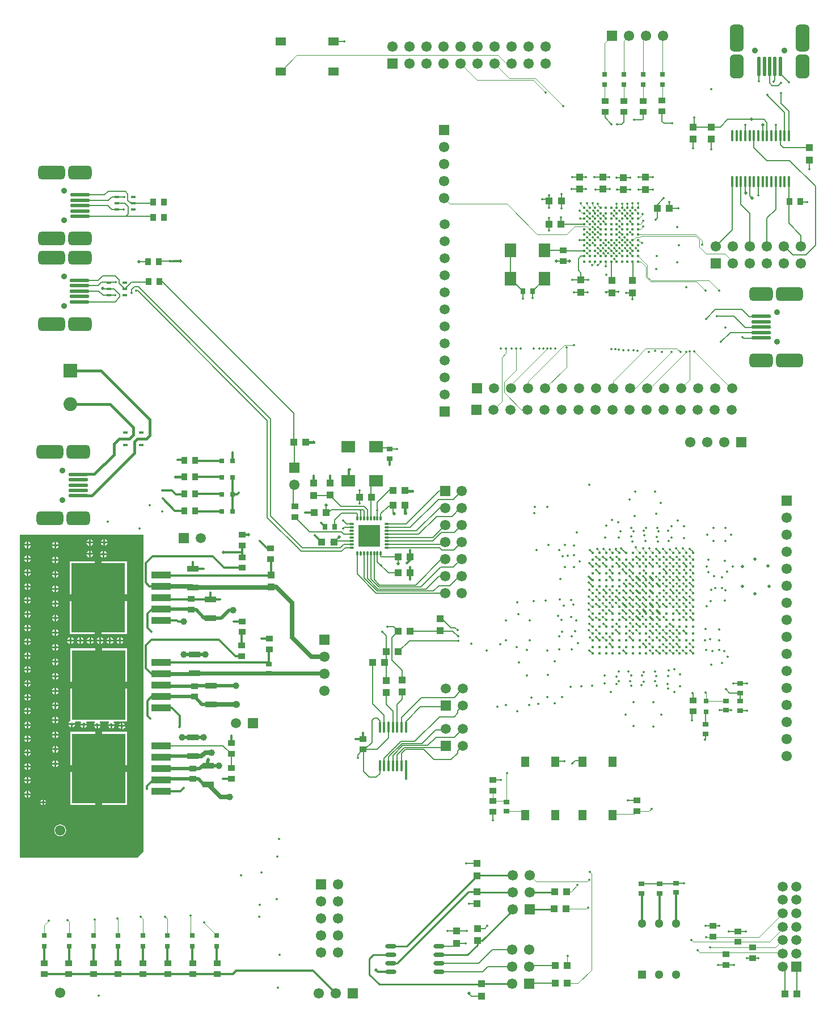
<source format=gtl>
G04 Layer_Physical_Order=1*
G04 Layer_Color=255*
%FSLAX44Y44*%
%MOMM*%
G71*
G01*
G75*
%ADD10R,2.9000X1.0000*%
%ADD11R,8.0000X10.4000*%
%ADD12R,1.1000X1.1000*%
G04:AMPARAMS|DCode=13|XSize=2.8mm|YSize=0.5mm|CornerRadius=0.125mm|HoleSize=0mm|Usage=FLASHONLY|Rotation=180.000|XOffset=0mm|YOffset=0mm|HoleType=Round|Shape=RoundedRectangle|*
%AMROUNDEDRECTD13*
21,1,2.8000,0.2500,0,0,180.0*
21,1,2.5500,0.5000,0,0,180.0*
1,1,0.2500,-1.2750,0.1250*
1,1,0.2500,1.2750,0.1250*
1,1,0.2500,1.2750,-0.1250*
1,1,0.2500,-1.2750,-0.1250*
%
%ADD13ROUNDEDRECTD13*%
G04:AMPARAMS|DCode=14|XSize=3.5mm|YSize=2.05mm|CornerRadius=0.5125mm|HoleSize=0mm|Usage=FLASHONLY|Rotation=180.000|XOffset=0mm|YOffset=0mm|HoleType=Round|Shape=RoundedRectangle|*
%AMROUNDEDRECTD14*
21,1,3.5000,1.0250,0,0,180.0*
21,1,2.4750,2.0500,0,0,180.0*
1,1,1.0250,-1.2375,0.5125*
1,1,1.0250,1.2375,0.5125*
1,1,1.0250,1.2375,-0.5125*
1,1,1.0250,-1.2375,-0.5125*
%
%ADD14ROUNDEDRECTD14*%
G04:AMPARAMS|DCode=15|XSize=4mm|YSize=2.05mm|CornerRadius=0.5125mm|HoleSize=0mm|Usage=FLASHONLY|Rotation=180.000|XOffset=0mm|YOffset=0mm|HoleType=Round|Shape=RoundedRectangle|*
%AMROUNDEDRECTD15*
21,1,4.0000,1.0250,0,0,180.0*
21,1,2.9750,2.0500,0,0,180.0*
1,1,1.0250,-1.4875,0.5125*
1,1,1.0250,1.4875,0.5125*
1,1,1.0250,1.4875,-0.5125*
1,1,1.0250,-1.4875,-0.5125*
%
%ADD15ROUNDEDRECTD15*%
G04:AMPARAMS|DCode=16|XSize=3.5mm|YSize=2.05mm|CornerRadius=0.5125mm|HoleSize=0mm|Usage=FLASHONLY|Rotation=180.000|XOffset=0mm|YOffset=0mm|HoleType=Round|Shape=RoundedRectangle|*
%AMROUNDEDRECTD16*
21,1,3.5000,1.0250,0,0,180.0*
21,1,2.4750,2.0500,0,0,180.0*
1,1,1.0250,-1.2375,0.5125*
1,1,1.0250,1.2375,0.5125*
1,1,1.0250,1.2375,-0.5125*
1,1,1.0250,-1.2375,-0.5125*
%
%ADD16ROUNDEDRECTD16*%
%ADD17R,1.0000X0.9000*%
%ADD18R,1.3000X1.5500*%
%ADD19R,0.9000X0.7000*%
%ADD20R,0.9000X1.0000*%
G04:AMPARAMS|DCode=21|XSize=2.8mm|YSize=0.5mm|CornerRadius=0.125mm|HoleSize=0mm|Usage=FLASHONLY|Rotation=90.000|XOffset=0mm|YOffset=0mm|HoleType=Round|Shape=RoundedRectangle|*
%AMROUNDEDRECTD21*
21,1,2.8000,0.2500,0,0,90.0*
21,1,2.5500,0.5000,0,0,90.0*
1,1,0.2500,0.1250,1.2750*
1,1,0.2500,0.1250,-1.2750*
1,1,0.2500,-0.1250,-1.2750*
1,1,0.2500,-0.1250,1.2750*
%
%ADD21ROUNDEDRECTD21*%
G04:AMPARAMS|DCode=22|XSize=3.5mm|YSize=2.05mm|CornerRadius=0.5125mm|HoleSize=0mm|Usage=FLASHONLY|Rotation=90.000|XOffset=0mm|YOffset=0mm|HoleType=Round|Shape=RoundedRectangle|*
%AMROUNDEDRECTD22*
21,1,3.5000,1.0250,0,0,90.0*
21,1,2.4750,2.0500,0,0,90.0*
1,1,1.0250,0.5125,1.2375*
1,1,1.0250,0.5125,-1.2375*
1,1,1.0250,-0.5125,-1.2375*
1,1,1.0250,-0.5125,1.2375*
%
%ADD22ROUNDEDRECTD22*%
G04:AMPARAMS|DCode=23|XSize=4mm|YSize=2.05mm|CornerRadius=0.5125mm|HoleSize=0mm|Usage=FLASHONLY|Rotation=90.000|XOffset=0mm|YOffset=0mm|HoleType=Round|Shape=RoundedRectangle|*
%AMROUNDEDRECTD23*
21,1,4.0000,1.0250,0,0,90.0*
21,1,2.9750,2.0500,0,0,90.0*
1,1,1.0250,0.5125,1.4875*
1,1,1.0250,0.5125,-1.4875*
1,1,1.0250,-0.5125,-1.4875*
1,1,1.0250,-0.5125,1.4875*
%
%ADD23ROUNDEDRECTD23*%
G04:AMPARAMS|DCode=24|XSize=3.5mm|YSize=2.05mm|CornerRadius=0.5125mm|HoleSize=0mm|Usage=FLASHONLY|Rotation=90.000|XOffset=0mm|YOffset=0mm|HoleType=Round|Shape=RoundedRectangle|*
%AMROUNDEDRECTD24*
21,1,3.5000,1.0250,0,0,90.0*
21,1,2.4750,2.0500,0,0,90.0*
1,1,1.0250,0.5125,1.2375*
1,1,1.0250,0.5125,-1.2375*
1,1,1.0250,-0.5125,-1.2375*
1,1,1.0250,-0.5125,1.2375*
%
%ADD24ROUNDEDRECTD24*%
%ADD25R,2.0000X1.8000*%
%ADD26R,1.1000X1.1000*%
%ADD27O,0.2800X0.6900*%
%ADD28O,0.6900X0.2800*%
%ADD29R,3.3000X3.3000*%
%ADD30R,1.7000X0.9500*%
%ADD31C,0.4500*%
%ADD32R,0.8000X0.8000*%
%ADD33R,0.7000X0.9000*%
%ADD34R,0.8000X0.8000*%
%ADD35O,0.3500X1.8000*%
%ADD36R,0.7000X0.4500*%
%ADD37R,0.3000X0.3000*%
%ADD38R,1.8000X2.0000*%
%ADD39R,1.5500X1.3000*%
%ADD40O,1.7000X0.6000*%
%ADD41O,0.3500X1.7000*%
%ADD42C,0.2000*%
%ADD43C,0.1000*%
%ADD44C,0.3000*%
%ADD45C,0.5000*%
%ADD46C,0.4000*%
%ADD47C,0.7000*%
%ADD48C,0.6000*%
%ADD49C,1.0000*%
%ADD50C,0.2540*%
%ADD51C,1.5000*%
%ADD52R,1.5000X1.5000*%
%ADD53R,1.5500X1.5500*%
%ADD54C,1.5500*%
%ADD55C,1.3000*%
%ADD56R,1.3000X1.3000*%
%ADD57R,1.5500X1.5500*%
%ADD58C,0.9000*%
%ADD59R,1.5000X1.5000*%
%ADD60C,2.0500*%
%ADD61R,2.0500X2.0500*%
%ADD62R,1.5200X1.5200*%
%ADD63C,1.5200*%
%ADD64R,1.5200X1.5200*%
%ADD65C,1.0000*%
%ADD66C,0.3500*%
%ADD67C,0.5000*%
G36*
X186500Y241250D02*
X177000Y231750D01*
X2039D01*
Y713500D01*
X186500D01*
Y241250D01*
D02*
G37*
%LPC*%
G36*
X53730Y463819D02*
X53033Y463681D01*
X51366Y462567D01*
X50252Y460900D01*
X50114Y460203D01*
X53730D01*
Y463819D01*
D02*
G37*
G36*
X56270D02*
Y460203D01*
X59886D01*
X59748Y460900D01*
X58634Y462567D01*
X56967Y463681D01*
X56270Y463819D01*
D02*
G37*
G36*
X12230Y470049D02*
X8614D01*
X8752Y469353D01*
X9866Y467686D01*
X11533Y466572D01*
X12230Y466433D01*
Y470049D01*
D02*
G37*
G36*
X14770Y455553D02*
Y451937D01*
X18386D01*
X18248Y452633D01*
X17134Y454300D01*
X15467Y455414D01*
X14770Y455553D01*
D02*
G37*
G36*
X53730Y457663D02*
X50114D01*
X50252Y456967D01*
X51366Y455300D01*
X53033Y454186D01*
X53730Y454047D01*
Y457663D01*
D02*
G37*
G36*
X59886D02*
X56270D01*
Y454047D01*
X56967Y454186D01*
X58634Y455300D01*
X59748Y456967D01*
X59886Y457663D01*
D02*
G37*
G36*
X53730Y479397D02*
X50114D01*
X50252Y478700D01*
X51366Y477033D01*
X53033Y475919D01*
X53730Y475781D01*
Y479397D01*
D02*
G37*
G36*
X59886D02*
X56270D01*
Y475781D01*
X56967Y475919D01*
X58634Y477033D01*
X59748Y478700D01*
X59886Y479397D01*
D02*
G37*
G36*
X53730Y485553D02*
X53033Y485414D01*
X51366Y484300D01*
X50252Y482633D01*
X50114Y481937D01*
X53730D01*
Y485553D01*
D02*
G37*
G36*
X18386Y470049D02*
X14770D01*
Y466433D01*
X15467Y466572D01*
X17134Y467686D01*
X18248Y469353D01*
X18386Y470049D01*
D02*
G37*
G36*
X12230Y476205D02*
X11533Y476067D01*
X9866Y474953D01*
X8752Y473286D01*
X8614Y472589D01*
X12230D01*
Y476205D01*
D02*
G37*
G36*
X14770D02*
Y472589D01*
X18386D01*
X18248Y473286D01*
X17134Y474953D01*
X15467Y476067D01*
X14770Y476205D01*
D02*
G37*
G36*
X12230Y455553D02*
X11533Y455414D01*
X9866Y454300D01*
X8752Y452633D01*
X8614Y451937D01*
X12230D01*
Y455553D01*
D02*
G37*
G36*
X162040Y484500D02*
X119500D01*
X76960D01*
Y435614D01*
X75866Y434884D01*
X74752Y433217D01*
X74614Y432520D01*
X84386D01*
X84248Y433217D01*
X83931Y433690D01*
X84610Y434960D01*
X92474D01*
X93153Y433690D01*
X92502Y432716D01*
X92364Y432020D01*
X102136D01*
X101998Y432716D01*
X101347Y433690D01*
X102026Y434960D01*
X113566D01*
X113951Y433690D01*
X113866Y433634D01*
X112752Y431967D01*
X112614Y431270D01*
X122386D01*
X122248Y431967D01*
X121134Y433634D01*
X121049Y433690D01*
X121434Y434960D01*
X134565D01*
X134951Y433690D01*
X134866Y433634D01*
X133752Y431967D01*
X133614Y431270D01*
X143386D01*
X143248Y431967D01*
X142134Y433634D01*
X142049Y433690D01*
X142435Y434960D01*
X162040D01*
Y484500D01*
D02*
G37*
G36*
X12230Y434900D02*
X11533Y434761D01*
X9866Y433647D01*
X8752Y431980D01*
X8614Y431284D01*
X12230D01*
Y434900D01*
D02*
G37*
G36*
X14770D02*
Y431284D01*
X18386D01*
X18248Y431980D01*
X17134Y433647D01*
X15467Y434761D01*
X14770Y434900D01*
D02*
G37*
G36*
X84386Y429980D02*
X80770D01*
Y426364D01*
X81467Y426502D01*
X83134Y427616D01*
X84248Y429283D01*
X84386Y429980D01*
D02*
G37*
G36*
X152980Y433386D02*
X152283Y433248D01*
X150616Y432134D01*
X149502Y430466D01*
X149364Y429770D01*
X152980D01*
Y433386D01*
D02*
G37*
G36*
X155520D02*
Y429770D01*
X159136D01*
X158998Y430466D01*
X157884Y432134D01*
X156216Y433248D01*
X155520Y433386D01*
D02*
G37*
G36*
X56270Y442086D02*
Y438470D01*
X59886D01*
X59748Y439166D01*
X58634Y440834D01*
X56967Y441948D01*
X56270Y442086D01*
D02*
G37*
G36*
X12230Y449397D02*
X8614D01*
X8752Y448700D01*
X9866Y447033D01*
X11533Y445919D01*
X12230Y445780D01*
Y449397D01*
D02*
G37*
G36*
X18386D02*
X14770D01*
Y445780D01*
X15467Y445919D01*
X17134Y447033D01*
X18248Y448700D01*
X18386Y449397D01*
D02*
G37*
G36*
X53730Y435930D02*
X50114D01*
X50252Y435233D01*
X51366Y433566D01*
X53033Y432452D01*
X53730Y432314D01*
Y435930D01*
D02*
G37*
G36*
X59886D02*
X56270D01*
Y432314D01*
X56967Y432452D01*
X58634Y433566D01*
X59748Y435233D01*
X59886Y435930D01*
D02*
G37*
G36*
X53730Y442086D02*
X53033Y441948D01*
X51366Y440834D01*
X50252Y439166D01*
X50114Y438470D01*
X53730D01*
Y442086D01*
D02*
G37*
G36*
X56270Y485553D02*
Y481937D01*
X59886D01*
X59748Y482633D01*
X58634Y484300D01*
X56967Y485414D01*
X56270Y485553D01*
D02*
G37*
G36*
X53730Y529019D02*
X53033Y528881D01*
X51366Y527767D01*
X50252Y526100D01*
X50114Y525403D01*
X53730D01*
Y529019D01*
D02*
G37*
G36*
X56270D02*
Y525403D01*
X59886D01*
X59748Y526100D01*
X58634Y527767D01*
X56967Y528881D01*
X56270Y529019D01*
D02*
G37*
G36*
X12230Y532008D02*
X8614D01*
X8752Y531311D01*
X9866Y529644D01*
X11533Y528530D01*
X12230Y528392D01*
Y532008D01*
D02*
G37*
G36*
X14770Y517511D02*
Y513895D01*
X18386D01*
X18248Y514591D01*
X17134Y516259D01*
X15467Y517372D01*
X14770Y517511D01*
D02*
G37*
G36*
X53730Y522863D02*
X50114D01*
X50252Y522167D01*
X51366Y520500D01*
X53033Y519386D01*
X53730Y519247D01*
Y522863D01*
D02*
G37*
G36*
X59886D02*
X56270D01*
Y519247D01*
X56967Y519386D01*
X58634Y520500D01*
X59748Y522167D01*
X59886Y522863D01*
D02*
G37*
G36*
X53730Y544597D02*
X50114D01*
X50252Y543900D01*
X51366Y542233D01*
X53033Y541119D01*
X53730Y540981D01*
Y544597D01*
D02*
G37*
G36*
X59886D02*
X56270D01*
Y540981D01*
X56967Y541119D01*
X58634Y542233D01*
X59748Y543900D01*
X59886Y544597D01*
D02*
G37*
G36*
X53730Y550753D02*
X53033Y550614D01*
X51366Y549500D01*
X50252Y547833D01*
X50114Y547137D01*
X53730D01*
Y550753D01*
D02*
G37*
G36*
X18386Y532008D02*
X14770D01*
Y528392D01*
X15467Y528530D01*
X17134Y529644D01*
X18248Y531311D01*
X18386Y532008D01*
D02*
G37*
G36*
X12230Y538164D02*
X11533Y538025D01*
X9866Y536911D01*
X8752Y535244D01*
X8614Y534548D01*
X12230D01*
Y538164D01*
D02*
G37*
G36*
X14770D02*
Y534548D01*
X18386D01*
X18248Y535244D01*
X17134Y536911D01*
X15467Y538025D01*
X14770Y538164D01*
D02*
G37*
G36*
X12230Y517511D02*
X11533Y517372D01*
X9866Y516259D01*
X8752Y514591D01*
X8614Y513895D01*
X12230D01*
Y517511D01*
D02*
G37*
G36*
X14770Y496858D02*
Y493242D01*
X18386D01*
X18248Y493939D01*
X17134Y495606D01*
X15467Y496720D01*
X14770Y496858D01*
D02*
G37*
G36*
X114500Y544040D02*
X76960D01*
Y494500D01*
X114500D01*
Y544040D01*
D02*
G37*
G36*
X162040D02*
X124500D01*
Y494500D01*
X162040D01*
Y544040D01*
D02*
G37*
G36*
X12230Y490702D02*
X8614D01*
X8752Y490006D01*
X9866Y488339D01*
X11533Y487225D01*
X12230Y487086D01*
Y490702D01*
D02*
G37*
G36*
X18386D02*
X14770D01*
Y487086D01*
X15467Y487225D01*
X17134Y488339D01*
X18248Y490006D01*
X18386Y490702D01*
D02*
G37*
G36*
X12230Y496858D02*
X11533Y496720D01*
X9866Y495606D01*
X8752Y493939D01*
X8614Y493242D01*
X12230D01*
Y496858D01*
D02*
G37*
G36*
X56270Y507286D02*
Y503670D01*
X59886D01*
X59748Y504366D01*
X58634Y506034D01*
X56967Y507148D01*
X56270Y507286D01*
D02*
G37*
G36*
X12230Y511355D02*
X8614D01*
X8752Y510658D01*
X9866Y508991D01*
X11533Y507877D01*
X12230Y507739D01*
Y511355D01*
D02*
G37*
G36*
X18386D02*
X14770D01*
Y507739D01*
X15467Y507877D01*
X17134Y508991D01*
X18248Y510658D01*
X18386Y511355D01*
D02*
G37*
G36*
X53730Y501130D02*
X50114D01*
X50252Y500434D01*
X51366Y498766D01*
X53033Y497652D01*
X53730Y497514D01*
Y501130D01*
D02*
G37*
G36*
X59886D02*
X56270D01*
Y497514D01*
X56967Y497652D01*
X58634Y498766D01*
X59748Y500434D01*
X59886Y501130D01*
D02*
G37*
G36*
X53730Y507286D02*
X53033Y507148D01*
X51366Y506034D01*
X50252Y504366D01*
X50114Y503670D01*
X53730D01*
Y507286D01*
D02*
G37*
G36*
X78230Y429980D02*
X74614D01*
X74752Y429283D01*
X75866Y427616D01*
X77533Y426502D01*
X78230Y426364D01*
Y429980D01*
D02*
G37*
G36*
X18386Y366786D02*
X14770D01*
Y363169D01*
X15467Y363308D01*
X17134Y364422D01*
X18248Y366089D01*
X18386Y366786D01*
D02*
G37*
G36*
X53730Y370730D02*
X50114D01*
X50252Y370033D01*
X51366Y368366D01*
X53033Y367252D01*
X53730Y367114D01*
Y370730D01*
D02*
G37*
G36*
X59886D02*
X56270D01*
Y367114D01*
X56967Y367252D01*
X58634Y368366D01*
X59748Y370033D01*
X59886Y370730D01*
D02*
G37*
G36*
X12230Y352289D02*
X11533Y352150D01*
X9866Y351036D01*
X8752Y349369D01*
X8614Y348673D01*
X12230D01*
Y352289D01*
D02*
G37*
G36*
X14770D02*
Y348673D01*
X18386D01*
X18248Y349369D01*
X17134Y351036D01*
X15467Y352150D01*
X14770Y352289D01*
D02*
G37*
G36*
X12230Y366786D02*
X8614D01*
X8752Y366089D01*
X9866Y364422D01*
X11533Y363308D01*
X12230Y363169D01*
Y366786D01*
D02*
G37*
G36*
X162040Y419540D02*
X124500D01*
Y370000D01*
X162040D01*
Y419540D01*
D02*
G37*
G36*
X53730Y376886D02*
X53033Y376748D01*
X51366Y375634D01*
X50252Y373966D01*
X50114Y373270D01*
X53730D01*
Y376886D01*
D02*
G37*
G36*
X56270D02*
Y373270D01*
X59886D01*
X59748Y373966D01*
X58634Y375634D01*
X56967Y376748D01*
X56270Y376886D01*
D02*
G37*
G36*
X12230Y372942D02*
X11533Y372803D01*
X9866Y371689D01*
X8752Y370022D01*
X8614Y369325D01*
X12230D01*
Y372942D01*
D02*
G37*
G36*
X14770D02*
Y369325D01*
X18386D01*
X18248Y370022D01*
X17134Y371689D01*
X15467Y372803D01*
X14770Y372942D01*
D02*
G37*
G36*
X114500Y419540D02*
X76960D01*
Y370000D01*
X114500D01*
Y419540D01*
D02*
G37*
G36*
X18386Y346133D02*
X14770D01*
Y342517D01*
X15467Y342655D01*
X17134Y343769D01*
X18248Y345436D01*
X18386Y346133D01*
D02*
G37*
G36*
X114500Y360000D02*
X76960D01*
Y310460D01*
X114500D01*
Y360000D01*
D02*
G37*
G36*
X162040D02*
X124500D01*
Y310460D01*
X162040D01*
Y360000D01*
D02*
G37*
G36*
X35480Y318621D02*
X35076Y318541D01*
X33657Y317593D01*
X32709Y316174D01*
X32629Y315770D01*
X35480D01*
Y318621D01*
D02*
G37*
G36*
X62250Y281576D02*
X59966Y281275D01*
X57837Y280393D01*
X56009Y278991D01*
X54607Y277163D01*
X53725Y275034D01*
X53425Y272750D01*
X53725Y270466D01*
X54607Y268337D01*
X56009Y266510D01*
X57837Y265107D01*
X59966Y264225D01*
X62250Y263925D01*
X64534Y264225D01*
X66663Y265107D01*
X68491Y266510D01*
X69893Y268337D01*
X70775Y270466D01*
X71076Y272750D01*
X70775Y275034D01*
X69893Y277163D01*
X68491Y278991D01*
X66663Y280393D01*
X64534Y281275D01*
X62250Y281576D01*
D02*
G37*
G36*
X35480Y313230D02*
X32629D01*
X32709Y312826D01*
X33657Y311407D01*
X35076Y310459D01*
X35480Y310379D01*
Y313230D01*
D02*
G37*
G36*
X40871D02*
X38020D01*
Y310379D01*
X38424Y310459D01*
X39843Y311407D01*
X40791Y312826D01*
X40871Y313230D01*
D02*
G37*
G36*
X12230Y331636D02*
X11533Y331498D01*
X9866Y330384D01*
X8752Y328717D01*
X8614Y328020D01*
X12230D01*
Y331636D01*
D02*
G37*
G36*
X14770D02*
Y328020D01*
X18386D01*
X18248Y328717D01*
X17134Y330384D01*
X15467Y331498D01*
X14770Y331636D01*
D02*
G37*
G36*
X12230Y346133D02*
X8614D01*
X8752Y345436D01*
X9866Y343769D01*
X11533Y342655D01*
X12230Y342517D01*
Y346133D01*
D02*
G37*
G36*
X38020Y318621D02*
Y315770D01*
X40871D01*
X40791Y316174D01*
X39843Y317593D01*
X38424Y318541D01*
X38020Y318621D01*
D02*
G37*
G36*
X12230Y325480D02*
X8614D01*
X8752Y324784D01*
X9866Y323116D01*
X11533Y322002D01*
X12230Y321864D01*
Y325480D01*
D02*
G37*
G36*
X18386D02*
X14770D01*
Y321864D01*
X15467Y322002D01*
X17134Y323116D01*
X18248Y324784D01*
X18386Y325480D01*
D02*
G37*
G36*
X12230Y387438D02*
X8614D01*
X8752Y386742D01*
X9866Y385075D01*
X11533Y383961D01*
X12230Y383822D01*
Y387438D01*
D02*
G37*
G36*
X159136Y427230D02*
X155520D01*
Y423614D01*
X156216Y423752D01*
X157884Y424866D01*
X158998Y426534D01*
X159136Y427230D01*
D02*
G37*
G36*
X116230Y428730D02*
X112614D01*
X112752Y428033D01*
X113866Y426366D01*
X115534Y425252D01*
X116230Y425114D01*
Y428730D01*
D02*
G37*
G36*
X122386D02*
X118770D01*
Y425114D01*
X119466Y425252D01*
X121134Y426366D01*
X122248Y428033D01*
X122386Y428730D01*
D02*
G37*
G36*
X53730Y420353D02*
X53033Y420214D01*
X51366Y419100D01*
X50252Y417433D01*
X50114Y416737D01*
X53730D01*
Y420353D01*
D02*
G37*
G36*
X56270D02*
Y416737D01*
X59886D01*
X59748Y417433D01*
X58634Y419100D01*
X56967Y420214D01*
X56270Y420353D01*
D02*
G37*
G36*
X152980Y427230D02*
X149364D01*
X149502Y426534D01*
X150616Y424866D01*
X152283Y423752D01*
X152980Y423614D01*
Y427230D01*
D02*
G37*
G36*
X18386Y428744D02*
X14770D01*
Y425128D01*
X15467Y425266D01*
X17134Y426380D01*
X18248Y428047D01*
X18386Y428744D01*
D02*
G37*
G36*
X95980Y429480D02*
X92364D01*
X92502Y428783D01*
X93616Y427116D01*
X95283Y426002D01*
X95980Y425864D01*
Y429480D01*
D02*
G37*
G36*
X102136D02*
X98520D01*
Y425864D01*
X99216Y426002D01*
X100884Y427116D01*
X101998Y428783D01*
X102136Y429480D01*
D02*
G37*
G36*
X137230Y428730D02*
X133614D01*
X133752Y428033D01*
X134866Y426366D01*
X136533Y425252D01*
X137230Y425114D01*
Y428730D01*
D02*
G37*
G36*
X143386D02*
X139770D01*
Y425114D01*
X140466Y425252D01*
X142134Y426366D01*
X143248Y428033D01*
X143386Y428730D01*
D02*
G37*
G36*
X12230Y428744D02*
X8614D01*
X8752Y428047D01*
X9866Y426380D01*
X11533Y425266D01*
X12230Y425128D01*
Y428744D01*
D02*
G37*
G36*
X14770Y414247D02*
Y410631D01*
X18386D01*
X18248Y411328D01*
X17134Y412995D01*
X15467Y414109D01*
X14770Y414247D01*
D02*
G37*
G36*
X12230Y393594D02*
X11533Y393456D01*
X9866Y392342D01*
X8752Y390675D01*
X8614Y389978D01*
X12230D01*
Y393594D01*
D02*
G37*
G36*
X14770D02*
Y389978D01*
X18386D01*
X18248Y390675D01*
X17134Y392342D01*
X15467Y393456D01*
X14770Y393594D01*
D02*
G37*
G36*
X53730Y398619D02*
X53033Y398481D01*
X51366Y397367D01*
X50252Y395700D01*
X50114Y395003D01*
X53730D01*
Y398619D01*
D02*
G37*
G36*
X18386Y387438D02*
X14770D01*
Y383822D01*
X15467Y383961D01*
X17134Y385075D01*
X18248Y386742D01*
X18386Y387438D01*
D02*
G37*
G36*
X53730Y392463D02*
X50114D01*
X50252Y391767D01*
X51366Y390100D01*
X53033Y388986D01*
X53730Y388847D01*
Y392463D01*
D02*
G37*
G36*
X59886D02*
X56270D01*
Y388847D01*
X56967Y388986D01*
X58634Y390100D01*
X59748Y391767D01*
X59886Y392463D01*
D02*
G37*
G36*
X53730Y414197D02*
X50114D01*
X50252Y413500D01*
X51366Y411833D01*
X53033Y410719D01*
X53730Y410581D01*
Y414197D01*
D02*
G37*
G36*
X59886D02*
X56270D01*
Y410581D01*
X56967Y410719D01*
X58634Y411833D01*
X59748Y413500D01*
X59886Y414197D01*
D02*
G37*
G36*
X12230Y414247D02*
X11533Y414109D01*
X9866Y412995D01*
X8752Y411328D01*
X8614Y410631D01*
X12230D01*
Y414247D01*
D02*
G37*
G36*
X56270Y398619D02*
Y395003D01*
X59886D01*
X59748Y395700D01*
X58634Y397367D01*
X56967Y398481D01*
X56270Y398619D01*
D02*
G37*
G36*
X12230Y408091D02*
X8614D01*
X8752Y407395D01*
X9866Y405727D01*
X11533Y404613D01*
X12230Y404475D01*
Y408091D01*
D02*
G37*
G36*
X18386D02*
X14770D01*
Y404475D01*
X15467Y404613D01*
X17134Y405727D01*
X18248Y407395D01*
X18386Y408091D01*
D02*
G37*
G36*
X56270Y550753D02*
Y547137D01*
X59886D01*
X59748Y547833D01*
X58634Y549500D01*
X56967Y550614D01*
X56270Y550753D01*
D02*
G37*
G36*
X53730Y659419D02*
X53033Y659281D01*
X51366Y658167D01*
X50252Y656500D01*
X50114Y655803D01*
X53730D01*
Y659419D01*
D02*
G37*
G36*
X56270D02*
Y655803D01*
X59886D01*
X59748Y656500D01*
X58634Y658167D01*
X56967Y659281D01*
X56270Y659419D01*
D02*
G37*
G36*
X12230Y662080D02*
X11533Y661942D01*
X9866Y660828D01*
X8752Y659161D01*
X8614Y658464D01*
X12230D01*
Y662080D01*
D02*
G37*
G36*
X59886Y653263D02*
X56270D01*
Y649647D01*
X56967Y649786D01*
X58634Y650900D01*
X59748Y652567D01*
X59886Y653263D01*
D02*
G37*
G36*
X12230Y655924D02*
X8614D01*
X8752Y655228D01*
X9866Y653561D01*
X11533Y652447D01*
X12230Y652308D01*
Y655924D01*
D02*
G37*
G36*
X18386D02*
X14770D01*
Y652308D01*
X15467Y652447D01*
X17134Y653561D01*
X18248Y655228D01*
X18386Y655924D01*
D02*
G37*
G36*
X14770Y662080D02*
Y658464D01*
X18386D01*
X18248Y659161D01*
X17134Y660828D01*
X15467Y661942D01*
X14770Y662080D01*
D02*
G37*
G36*
X18386Y676577D02*
X14770D01*
Y672961D01*
X15467Y673099D01*
X17134Y674213D01*
X18248Y675881D01*
X18386Y676577D01*
D02*
G37*
G36*
X53730Y681153D02*
X53033Y681014D01*
X51366Y679900D01*
X50252Y678233D01*
X50114Y677537D01*
X53730D01*
Y681153D01*
D02*
G37*
G36*
X56270D02*
Y677537D01*
X59886D01*
X59748Y678233D01*
X58634Y679900D01*
X56967Y681014D01*
X56270Y681153D01*
D02*
G37*
G36*
X53730Y674997D02*
X50114D01*
X50252Y674300D01*
X51366Y672633D01*
X53033Y671519D01*
X53730Y671380D01*
Y674997D01*
D02*
G37*
G36*
X59886D02*
X56270D01*
Y671380D01*
X56967Y671519D01*
X58634Y672633D01*
X59748Y674300D01*
X59886Y674997D01*
D02*
G37*
G36*
X12230Y676577D02*
X8614D01*
X8752Y675881D01*
X9866Y674213D01*
X11533Y673099D01*
X12230Y672961D01*
Y676577D01*
D02*
G37*
G36*
X161540Y674290D02*
X124000D01*
Y624750D01*
X161540D01*
Y674290D01*
D02*
G37*
G36*
X53730Y631530D02*
X50114D01*
X50252Y630834D01*
X51366Y629166D01*
X53033Y628052D01*
X53730Y627914D01*
Y631530D01*
D02*
G37*
G36*
X59886D02*
X56270D01*
Y627914D01*
X56967Y628052D01*
X58634Y629166D01*
X59748Y630834D01*
X59886Y631530D01*
D02*
G37*
G36*
X12230Y620775D02*
X11533Y620636D01*
X9866Y619522D01*
X8752Y617855D01*
X8614Y617159D01*
X12230D01*
Y620775D01*
D02*
G37*
G36*
X14770D02*
Y617159D01*
X18386D01*
X18248Y617855D01*
X17134Y619522D01*
X15467Y620636D01*
X14770Y620775D01*
D02*
G37*
G36*
X114000Y674290D02*
X76460D01*
Y624750D01*
X114000D01*
Y674290D01*
D02*
G37*
G36*
X12230Y635271D02*
X8614D01*
X8752Y634575D01*
X9866Y632908D01*
X11533Y631794D01*
X12230Y631655D01*
Y635271D01*
D02*
G37*
G36*
Y641428D02*
X11533Y641289D01*
X9866Y640175D01*
X8752Y638508D01*
X8614Y637812D01*
X12230D01*
Y641428D01*
D02*
G37*
G36*
X14770D02*
Y637812D01*
X18386D01*
X18248Y638508D01*
X17134Y640175D01*
X15467Y641289D01*
X14770Y641428D01*
D02*
G37*
G36*
X53730Y653263D02*
X50114D01*
X50252Y652567D01*
X51366Y650900D01*
X53033Y649786D01*
X53730Y649647D01*
Y653263D01*
D02*
G37*
G36*
X18386Y635271D02*
X14770D01*
Y631655D01*
X15467Y631794D01*
X17134Y632908D01*
X18248Y634575D01*
X18386Y635271D01*
D02*
G37*
G36*
X53730Y637686D02*
X53033Y637547D01*
X51366Y636434D01*
X50252Y634767D01*
X50114Y634070D01*
X53730D01*
Y637686D01*
D02*
G37*
G36*
X56270D02*
Y634070D01*
X59886D01*
X59748Y634767D01*
X58634Y636434D01*
X56967Y637547D01*
X56270Y637686D01*
D02*
G37*
G36*
X126730Y700980D02*
X123114D01*
X123252Y700284D01*
X124366Y698616D01*
X126033Y697502D01*
X126730Y697364D01*
Y700980D01*
D02*
G37*
G36*
X132886D02*
X129270D01*
Y697364D01*
X129966Y697502D01*
X131634Y698616D01*
X132748Y700284D01*
X132886Y700980D01*
D02*
G37*
G36*
X53730Y702886D02*
X53033Y702747D01*
X51366Y701634D01*
X50252Y699967D01*
X50114Y699270D01*
X53730D01*
Y702886D01*
D02*
G37*
G36*
X18386Y697230D02*
X14770D01*
Y693614D01*
X15467Y693752D01*
X17134Y694866D01*
X18248Y696533D01*
X18386Y697230D01*
D02*
G37*
G36*
X104980Y700730D02*
X101364D01*
X101502Y700033D01*
X102616Y698366D01*
X104284Y697252D01*
X104980Y697114D01*
Y700730D01*
D02*
G37*
G36*
X111136D02*
X107520D01*
Y697114D01*
X108216Y697252D01*
X109884Y698366D01*
X110998Y700033D01*
X111136Y700730D01*
D02*
G37*
G36*
X56270Y702886D02*
Y699270D01*
X59886D01*
X59748Y699967D01*
X58634Y701634D01*
X56967Y702747D01*
X56270Y702886D01*
D02*
G37*
G36*
X107520Y706886D02*
Y703270D01*
X111136D01*
X110998Y703967D01*
X109884Y705634D01*
X108216Y706748D01*
X107520Y706886D01*
D02*
G37*
G36*
X126730Y707136D02*
X126033Y706998D01*
X124366Y705884D01*
X123252Y704217D01*
X123114Y703520D01*
X126730D01*
Y707136D01*
D02*
G37*
G36*
X129270D02*
Y703520D01*
X132886D01*
X132748Y704217D01*
X131634Y705884D01*
X129966Y706998D01*
X129270Y707136D01*
D02*
G37*
G36*
X12230Y703386D02*
X11533Y703247D01*
X9866Y702133D01*
X8752Y700466D01*
X8614Y699770D01*
X12230D01*
Y703386D01*
D02*
G37*
G36*
X14770D02*
Y699770D01*
X18386D01*
X18248Y700466D01*
X17134Y702133D01*
X15467Y703247D01*
X14770Y703386D01*
D02*
G37*
G36*
X104980Y706886D02*
X104284Y706748D01*
X102616Y705634D01*
X101502Y703967D01*
X101364Y703270D01*
X104980D01*
Y706886D01*
D02*
G37*
G36*
X131636Y683480D02*
X128020D01*
Y679864D01*
X128716Y680002D01*
X130384Y681116D01*
X131498Y682784D01*
X131636Y683480D01*
D02*
G37*
G36*
X104980Y683730D02*
X101364D01*
X101502Y683034D01*
X102616Y681366D01*
X104284Y680252D01*
X104980Y680114D01*
Y683730D01*
D02*
G37*
G36*
X111136D02*
X107520D01*
Y680114D01*
X108216Y680252D01*
X109884Y681366D01*
X110998Y683034D01*
X111136Y683730D01*
D02*
G37*
G36*
X12230Y682733D02*
X11533Y682595D01*
X9866Y681481D01*
X8752Y679814D01*
X8614Y679117D01*
X12230D01*
Y682733D01*
D02*
G37*
G36*
X14770D02*
Y679117D01*
X18386D01*
X18248Y679814D01*
X17134Y681481D01*
X15467Y682595D01*
X14770Y682733D01*
D02*
G37*
G36*
X125480Y683480D02*
X121864D01*
X122002Y682784D01*
X123116Y681116D01*
X124783Y680002D01*
X125480Y679864D01*
Y683480D01*
D02*
G37*
G36*
Y689636D02*
X124783Y689498D01*
X123116Y688384D01*
X122002Y686717D01*
X121864Y686020D01*
X125480D01*
Y689636D01*
D02*
G37*
G36*
X53730Y696730D02*
X50114D01*
X50252Y696033D01*
X51366Y694366D01*
X53033Y693252D01*
X53730Y693114D01*
Y696730D01*
D02*
G37*
G36*
X59886D02*
X56270D01*
Y693114D01*
X56967Y693252D01*
X58634Y694366D01*
X59748Y696033D01*
X59886Y696730D01*
D02*
G37*
G36*
X12230Y697230D02*
X8614D01*
X8752Y696533D01*
X9866Y694866D01*
X11533Y693752D01*
X12230Y693614D01*
Y697230D01*
D02*
G37*
G36*
X128020Y689636D02*
Y686020D01*
X131636D01*
X131498Y686717D01*
X130384Y688384D01*
X128716Y689498D01*
X128020Y689636D01*
D02*
G37*
G36*
X104980Y689886D02*
X104284Y689748D01*
X102616Y688634D01*
X101502Y686966D01*
X101364Y686270D01*
X104980D01*
Y689886D01*
D02*
G37*
G36*
X107520D02*
Y686270D01*
X111136D01*
X110998Y686966D01*
X109884Y688634D01*
X108216Y689748D01*
X107520Y689886D01*
D02*
G37*
G36*
X76230Y560886D02*
X75533Y560748D01*
X73866Y559634D01*
X72752Y557966D01*
X72614Y557270D01*
X76230D01*
Y560886D01*
D02*
G37*
G36*
X78770D02*
Y557270D01*
X82386D01*
X82248Y557966D01*
X81134Y559634D01*
X79467Y560748D01*
X78770Y560886D01*
D02*
G37*
G36*
X90980D02*
X90283Y560748D01*
X88616Y559634D01*
X87502Y557966D01*
X87364Y557270D01*
X90980D01*
Y560886D01*
D02*
G37*
G36*
X156136Y554730D02*
X152520D01*
Y551114D01*
X153216Y551252D01*
X154883Y552366D01*
X155997Y554034D01*
X156136Y554730D01*
D02*
G37*
G36*
X12230Y558816D02*
X11533Y558678D01*
X9866Y557564D01*
X8752Y555897D01*
X8614Y555200D01*
X12230D01*
Y558816D01*
D02*
G37*
G36*
X14770D02*
Y555200D01*
X18386D01*
X18248Y555897D01*
X17134Y557564D01*
X15467Y558678D01*
X14770Y558816D01*
D02*
G37*
G36*
X93520Y560886D02*
Y557270D01*
X97136D01*
X96997Y557966D01*
X95884Y559634D01*
X94216Y560748D01*
X93520Y560886D01*
D02*
G37*
G36*
X123020D02*
Y557270D01*
X126636D01*
X126497Y557966D01*
X125384Y559634D01*
X123716Y560748D01*
X123020Y560886D01*
D02*
G37*
G36*
X135230D02*
X134533Y560748D01*
X132866Y559634D01*
X131752Y557966D01*
X131614Y557270D01*
X135230D01*
Y560886D01*
D02*
G37*
G36*
X137770D02*
Y557270D01*
X141386D01*
X141248Y557966D01*
X140134Y559634D01*
X138466Y560748D01*
X137770Y560886D01*
D02*
G37*
G36*
X105730D02*
X105034Y560748D01*
X103366Y559634D01*
X102252Y557966D01*
X102114Y557270D01*
X105730D01*
Y560886D01*
D02*
G37*
G36*
X108270D02*
Y557270D01*
X111886D01*
X111748Y557966D01*
X110634Y559634D01*
X108967Y560748D01*
X108270Y560886D01*
D02*
G37*
G36*
X120480D02*
X119783Y560748D01*
X118116Y559634D01*
X117002Y557966D01*
X116864Y557270D01*
X120480D01*
Y560886D01*
D02*
G37*
G36*
X82386Y554730D02*
X78770D01*
Y551114D01*
X79467Y551252D01*
X81134Y552366D01*
X82248Y554034D01*
X82386Y554730D01*
D02*
G37*
G36*
X90980D02*
X87364D01*
X87502Y554034D01*
X88616Y552366D01*
X90283Y551252D01*
X90980Y551114D01*
Y554730D01*
D02*
G37*
G36*
X97136D02*
X93520D01*
Y551114D01*
X94216Y551252D01*
X95884Y552366D01*
X96997Y554034D01*
X97136Y554730D01*
D02*
G37*
G36*
X12230Y552660D02*
X8614D01*
X8752Y551964D01*
X9866Y550297D01*
X11533Y549183D01*
X12230Y549044D01*
Y552660D01*
D02*
G37*
G36*
X18386D02*
X14770D01*
Y549044D01*
X15467Y549183D01*
X17134Y550297D01*
X18248Y551964D01*
X18386Y552660D01*
D02*
G37*
G36*
X76230Y554730D02*
X72614D01*
X72752Y554034D01*
X73866Y552366D01*
X75533Y551252D01*
X76230Y551114D01*
Y554730D01*
D02*
G37*
G36*
X105730D02*
X102114D01*
X102252Y554034D01*
X103366Y552366D01*
X105034Y551252D01*
X105730Y551114D01*
Y554730D01*
D02*
G37*
G36*
X135230D02*
X131614D01*
X131752Y554034D01*
X132866Y552366D01*
X134533Y551252D01*
X135230Y551114D01*
Y554730D01*
D02*
G37*
G36*
X141386D02*
X137770D01*
Y551114D01*
X138466Y551252D01*
X140134Y552366D01*
X141248Y554034D01*
X141386Y554730D01*
D02*
G37*
G36*
X149980D02*
X146364D01*
X146502Y554034D01*
X147616Y552366D01*
X149283Y551252D01*
X149980Y551114D01*
Y554730D01*
D02*
G37*
G36*
X111886D02*
X108270D01*
Y551114D01*
X108967Y551252D01*
X110634Y552366D01*
X111748Y554034D01*
X111886Y554730D01*
D02*
G37*
G36*
X120480D02*
X116864D01*
X117002Y554034D01*
X118116Y552366D01*
X119783Y551252D01*
X120480Y551114D01*
Y554730D01*
D02*
G37*
G36*
X126636D02*
X123020D01*
Y551114D01*
X123716Y551252D01*
X125384Y552366D01*
X126497Y554034D01*
X126636Y554730D01*
D02*
G37*
G36*
X53730Y594219D02*
X53033Y594081D01*
X51366Y592967D01*
X50252Y591300D01*
X50114Y590603D01*
X53730D01*
Y594219D01*
D02*
G37*
G36*
X56270D02*
Y590603D01*
X59886D01*
X59748Y591300D01*
X58634Y592967D01*
X56967Y594081D01*
X56270Y594219D01*
D02*
G37*
G36*
X12230Y600122D02*
X11533Y599983D01*
X9866Y598870D01*
X8752Y597202D01*
X8614Y596506D01*
X12230D01*
Y600122D01*
D02*
G37*
G36*
X59886Y588063D02*
X56270D01*
Y584447D01*
X56967Y584586D01*
X58634Y585700D01*
X59748Y587367D01*
X59886Y588063D01*
D02*
G37*
G36*
X12230Y593966D02*
X8614D01*
X8752Y593270D01*
X9866Y591602D01*
X11533Y590488D01*
X12230Y590350D01*
Y593966D01*
D02*
G37*
G36*
X18386D02*
X14770D01*
Y590350D01*
X15467Y590488D01*
X17134Y591602D01*
X18248Y593270D01*
X18386Y593966D01*
D02*
G37*
G36*
X14770Y600122D02*
Y596506D01*
X18386D01*
X18248Y597202D01*
X17134Y598870D01*
X15467Y599983D01*
X14770Y600122D01*
D02*
G37*
G36*
X18386Y614619D02*
X14770D01*
Y611003D01*
X15467Y611141D01*
X17134Y612255D01*
X18248Y613922D01*
X18386Y614619D01*
D02*
G37*
G36*
X53730Y615953D02*
X53033Y615814D01*
X51366Y614700D01*
X50252Y613033D01*
X50114Y612337D01*
X53730D01*
Y615953D01*
D02*
G37*
G36*
X56270D02*
Y612337D01*
X59886D01*
X59748Y613033D01*
X58634Y614700D01*
X56967Y615814D01*
X56270Y615953D01*
D02*
G37*
G36*
X53730Y609797D02*
X50114D01*
X50252Y609100D01*
X51366Y607433D01*
X53033Y606319D01*
X53730Y606181D01*
Y609797D01*
D02*
G37*
G36*
X59886D02*
X56270D01*
Y606181D01*
X56967Y606319D01*
X58634Y607433D01*
X59748Y609100D01*
X59886Y609797D01*
D02*
G37*
G36*
X12230Y614619D02*
X8614D01*
X8752Y613922D01*
X9866Y612255D01*
X11533Y611141D01*
X12230Y611003D01*
Y614619D01*
D02*
G37*
G36*
X59886Y566330D02*
X56270D01*
Y562714D01*
X56967Y562852D01*
X58634Y563966D01*
X59748Y565634D01*
X59886Y566330D01*
D02*
G37*
G36*
X114000Y614750D02*
X76460D01*
Y565210D01*
X114000D01*
Y614750D01*
D02*
G37*
G36*
X161540D02*
X124000D01*
Y565210D01*
X161540D01*
Y614750D01*
D02*
G37*
G36*
X149980Y560886D02*
X149283Y560748D01*
X147616Y559634D01*
X146502Y557966D01*
X146364Y557270D01*
X149980D01*
Y560886D01*
D02*
G37*
G36*
X152520D02*
Y557270D01*
X156136D01*
X155997Y557966D01*
X154883Y559634D01*
X153216Y560748D01*
X152520Y560886D01*
D02*
G37*
G36*
X53730Y566330D02*
X50114D01*
X50252Y565634D01*
X51366Y563966D01*
X53033Y562852D01*
X53730Y562714D01*
Y566330D01*
D02*
G37*
G36*
Y572486D02*
X53033Y572347D01*
X51366Y571234D01*
X50252Y569566D01*
X50114Y568870D01*
X53730D01*
Y572486D01*
D02*
G37*
G36*
X12230Y579469D02*
X11533Y579331D01*
X9866Y578217D01*
X8752Y576550D01*
X8614Y575853D01*
X12230D01*
Y579469D01*
D02*
G37*
G36*
X14770D02*
Y575853D01*
X18386D01*
X18248Y576550D01*
X17134Y578217D01*
X15467Y579331D01*
X14770Y579469D01*
D02*
G37*
G36*
X53730Y588063D02*
X50114D01*
X50252Y587367D01*
X51366Y585700D01*
X53033Y584586D01*
X53730Y584447D01*
Y588063D01*
D02*
G37*
G36*
X56270Y572486D02*
Y568870D01*
X59886D01*
X59748Y569566D01*
X58634Y571234D01*
X56967Y572347D01*
X56270Y572486D01*
D02*
G37*
G36*
X12230Y573313D02*
X8614D01*
X8752Y572617D01*
X9866Y570950D01*
X11533Y569836D01*
X12230Y569697D01*
Y573313D01*
D02*
G37*
G36*
X18386D02*
X14770D01*
Y569697D01*
X15467Y569836D01*
X17134Y570950D01*
X18248Y572617D01*
X18386Y573313D01*
D02*
G37*
%LPD*%
D10*
X213000Y331000D02*
D03*
Y348000D02*
D03*
Y365000D02*
D03*
Y382000D02*
D03*
Y399000D02*
D03*
X213000Y455500D02*
D03*
Y472500D02*
D03*
Y489500D02*
D03*
Y506500D02*
D03*
Y523500D02*
D03*
X212500Y585750D02*
D03*
Y602750D02*
D03*
Y619750D02*
D03*
Y636750D02*
D03*
Y653750D02*
D03*
D11*
X119500Y365000D02*
D03*
X119500Y489500D02*
D03*
X119000Y619750D02*
D03*
D12*
X1180200Y1272752D02*
D03*
Y1290752D02*
D03*
X629500Y570500D02*
D03*
Y588500D02*
D03*
X465250Y772950D02*
D03*
Y790950D02*
D03*
X440750Y772450D02*
D03*
Y790450D02*
D03*
X572750Y496750D02*
D03*
Y478750D02*
D03*
X548500Y496500D02*
D03*
Y478500D02*
D03*
X376750Y653500D02*
D03*
Y635500D02*
D03*
X886250Y1092750D02*
D03*
Y1074750D02*
D03*
X916750D02*
D03*
Y1092750D02*
D03*
X837250Y1229500D02*
D03*
Y1247500D02*
D03*
X872000Y1229250D02*
D03*
Y1247250D02*
D03*
X902750Y1228500D02*
D03*
Y1246500D02*
D03*
X839500Y1093500D02*
D03*
Y1075500D02*
D03*
X935750Y1246750D02*
D03*
Y1228750D02*
D03*
X654250Y104500D02*
D03*
Y122500D02*
D03*
X684250Y205250D02*
D03*
Y223250D02*
D03*
Y181250D02*
D03*
Y163250D02*
D03*
X685000Y108000D02*
D03*
Y126000D02*
D03*
X691250Y43750D02*
D03*
Y25750D02*
D03*
X1033950Y1322002D02*
D03*
Y1304002D02*
D03*
X1006700Y1322002D02*
D03*
Y1304002D02*
D03*
D13*
X91250Y1077250D02*
D03*
Y1061250D02*
D03*
Y1069250D02*
D03*
Y1093250D02*
D03*
Y1085250D02*
D03*
X91500Y1204500D02*
D03*
Y1188500D02*
D03*
Y1196500D02*
D03*
Y1220500D02*
D03*
Y1212500D02*
D03*
X1108750Y1023250D02*
D03*
Y1039250D02*
D03*
Y1031250D02*
D03*
Y1007250D02*
D03*
Y1015250D02*
D03*
X89000Y787750D02*
D03*
Y771750D02*
D03*
Y779750D02*
D03*
Y803750D02*
D03*
Y795750D02*
D03*
D14*
X91500Y1028000D02*
D03*
X91750Y1155250D02*
D03*
X1108500Y1072500D02*
D03*
X89250Y738500D02*
D03*
D15*
X49000Y1028000D02*
D03*
Y1126500D02*
D03*
X49250Y1155250D02*
D03*
Y1253750D02*
D03*
X1151000Y1072500D02*
D03*
Y974000D02*
D03*
X46750Y738500D02*
D03*
Y837000D02*
D03*
D16*
X91500Y1126500D02*
D03*
X91750Y1253750D02*
D03*
X1108500Y974000D02*
D03*
X89250Y837000D02*
D03*
D17*
X923250Y317250D02*
D03*
Y301250D02*
D03*
X707750Y332250D02*
D03*
Y348250D02*
D03*
X707750Y316500D02*
D03*
Y300500D02*
D03*
X257500Y602000D02*
D03*
Y618000D02*
D03*
X374750Y558750D02*
D03*
Y542750D02*
D03*
X262500Y472000D02*
D03*
Y488000D02*
D03*
X260500Y349250D02*
D03*
Y365250D02*
D03*
X412750Y755700D02*
D03*
Y739700D02*
D03*
X333500Y584500D02*
D03*
Y568500D02*
D03*
X333250Y548250D02*
D03*
Y532250D02*
D03*
X376500Y693250D02*
D03*
Y677250D02*
D03*
X317450Y365450D02*
D03*
Y349450D02*
D03*
X317700Y402700D02*
D03*
Y386700D02*
D03*
X813250Y1137750D02*
D03*
Y1121750D02*
D03*
X514500Y393250D02*
D03*
Y409250D02*
D03*
X932324Y1360250D02*
D03*
Y1344250D02*
D03*
X903882Y1360500D02*
D03*
Y1344500D02*
D03*
X875439Y1360294D02*
D03*
Y1344294D02*
D03*
X960767Y1361000D02*
D03*
Y1345000D02*
D03*
X1056167Y87750D02*
D03*
Y71750D02*
D03*
X1095500Y98000D02*
D03*
Y82000D02*
D03*
X1074000Y106250D02*
D03*
Y122250D02*
D03*
X1036500Y114250D02*
D03*
Y130250D02*
D03*
X1006750Y450250D02*
D03*
Y466250D02*
D03*
X38250Y74250D02*
D03*
Y58250D02*
D03*
X74749Y74749D02*
D03*
Y58749D02*
D03*
X111750Y74750D02*
D03*
Y58750D02*
D03*
X148749Y74750D02*
D03*
Y58750D02*
D03*
X185749Y74750D02*
D03*
Y58750D02*
D03*
X222750Y74749D02*
D03*
Y58749D02*
D03*
X259750Y74750D02*
D03*
Y58750D02*
D03*
X296749Y74750D02*
D03*
Y58750D02*
D03*
X333750Y680250D02*
D03*
Y664250D02*
D03*
X333500Y714000D02*
D03*
Y698000D02*
D03*
D18*
X842000Y295250D02*
D03*
X887000D02*
D03*
Y374750D02*
D03*
X842000D02*
D03*
X756500Y295250D02*
D03*
X801500D02*
D03*
Y374750D02*
D03*
X756500D02*
D03*
D19*
X728250Y315250D02*
D03*
Y301250D02*
D03*
X553750Y841200D02*
D03*
Y827200D02*
D03*
X373984Y506750D02*
D03*
Y520750D02*
D03*
X930000Y193000D02*
D03*
Y179000D02*
D03*
X956750Y193000D02*
D03*
Y179000D02*
D03*
X981250Y194000D02*
D03*
Y180000D02*
D03*
X1077250Y465250D02*
D03*
Y451250D02*
D03*
X1077250Y491500D02*
D03*
Y477500D02*
D03*
X1025750Y430750D02*
D03*
Y416750D02*
D03*
X1056250Y465750D02*
D03*
Y451750D02*
D03*
D20*
X194000Y1091000D02*
D03*
X210000D02*
D03*
X193000Y1121000D02*
D03*
X209000D02*
D03*
X201000Y1210000D02*
D03*
X217000D02*
D03*
X200750Y1186750D02*
D03*
X216750D02*
D03*
X1151000Y1211000D02*
D03*
X1167000D02*
D03*
X247750Y824750D02*
D03*
X263750D02*
D03*
X263750Y774583D02*
D03*
X247750D02*
D03*
X263750Y749500D02*
D03*
X247750D02*
D03*
X247750Y799666D02*
D03*
X263750D02*
D03*
D21*
X1121250Y1412250D02*
D03*
X1105250D02*
D03*
X1113250D02*
D03*
X1137250D02*
D03*
X1129250D02*
D03*
D22*
X1072000Y1412000D02*
D03*
D23*
Y1454500D02*
D03*
X1170500D02*
D03*
D24*
Y1412000D02*
D03*
D25*
X491750Y845250D02*
D03*
Y794450D02*
D03*
X533750D02*
D03*
Y845250D02*
D03*
D26*
X558750Y779450D02*
D03*
X576750D02*
D03*
X410750Y851450D02*
D03*
X428750D02*
D03*
X459000Y746700D02*
D03*
X441000D02*
D03*
X953250Y1200500D02*
D03*
X971250D02*
D03*
X566750Y569750D02*
D03*
X584750D02*
D03*
X548750Y539000D02*
D03*
X566750D02*
D03*
X546500Y523000D02*
D03*
X528500D02*
D03*
X558999Y757450D02*
D03*
X576999D02*
D03*
X470750Y702950D02*
D03*
X452750D02*
D03*
X810000Y1177000D02*
D03*
X792000D02*
D03*
X810250Y1211250D02*
D03*
X792250D02*
D03*
X526750Y769700D02*
D03*
X508750D02*
D03*
X566250Y680700D02*
D03*
X584250D02*
D03*
X801000Y71500D02*
D03*
X819000D02*
D03*
X801250Y44500D02*
D03*
X819250D02*
D03*
X799500Y156000D02*
D03*
X817500D02*
D03*
X800500Y181500D02*
D03*
X818500D02*
D03*
X1144000Y29000D02*
D03*
X1162000D02*
D03*
X566500Y656700D02*
D03*
X584500D02*
D03*
D27*
X505750Y738150D02*
D03*
X510750D02*
D03*
X515750D02*
D03*
X520750D02*
D03*
X525750D02*
D03*
X530750D02*
D03*
X535750D02*
D03*
X540750D02*
D03*
Y685750D02*
D03*
X535750D02*
D03*
X530750D02*
D03*
X525750D02*
D03*
X520750D02*
D03*
X515750D02*
D03*
X510750D02*
D03*
X505750D02*
D03*
D28*
X549450Y729450D02*
D03*
Y724450D02*
D03*
Y719450D02*
D03*
Y714450D02*
D03*
Y709450D02*
D03*
Y704450D02*
D03*
Y699450D02*
D03*
Y694450D02*
D03*
X497050D02*
D03*
Y699450D02*
D03*
Y704450D02*
D03*
Y709450D02*
D03*
Y714450D02*
D03*
Y719450D02*
D03*
Y724450D02*
D03*
Y729450D02*
D03*
D29*
X523250Y711950D02*
D03*
D30*
X259750Y635250D02*
D03*
Y663250D02*
D03*
X286500Y589500D02*
D03*
Y617500D02*
D03*
X263000Y506750D02*
D03*
Y534750D02*
D03*
X287500Y460500D02*
D03*
Y488500D02*
D03*
X259750Y383500D02*
D03*
Y411500D02*
D03*
X282750Y341000D02*
D03*
Y369000D02*
D03*
D31*
X844748Y1121241D02*
D03*
Y1129241D02*
D03*
Y1137241D02*
D03*
Y1145242D02*
D03*
Y1153242D02*
D03*
Y1161242D02*
D03*
Y1169241D02*
D03*
Y1177242D02*
D03*
Y1185241D02*
D03*
Y1193242D02*
D03*
Y1201242D02*
D03*
X852748Y1121241D02*
D03*
Y1129241D02*
D03*
Y1137241D02*
D03*
Y1145242D02*
D03*
Y1153242D02*
D03*
Y1161242D02*
D03*
Y1169241D02*
D03*
Y1177242D02*
D03*
Y1185241D02*
D03*
Y1193242D02*
D03*
Y1201242D02*
D03*
X860748Y1121241D02*
D03*
Y1129241D02*
D03*
Y1137241D02*
D03*
Y1145242D02*
D03*
Y1153242D02*
D03*
Y1161242D02*
D03*
Y1169241D02*
D03*
Y1177242D02*
D03*
Y1185241D02*
D03*
Y1193242D02*
D03*
Y1201242D02*
D03*
X868748Y1121241D02*
D03*
Y1129241D02*
D03*
Y1137241D02*
D03*
Y1145242D02*
D03*
Y1153242D02*
D03*
Y1161242D02*
D03*
Y1169241D02*
D03*
Y1177242D02*
D03*
Y1185241D02*
D03*
Y1193242D02*
D03*
Y1201242D02*
D03*
X876748Y1121241D02*
D03*
Y1129241D02*
D03*
Y1137241D02*
D03*
Y1145242D02*
D03*
Y1153242D02*
D03*
Y1161242D02*
D03*
Y1169241D02*
D03*
Y1177242D02*
D03*
Y1185241D02*
D03*
Y1193242D02*
D03*
Y1201242D02*
D03*
X884748Y1121241D02*
D03*
Y1129241D02*
D03*
Y1137241D02*
D03*
Y1145242D02*
D03*
Y1153242D02*
D03*
Y1161242D02*
D03*
Y1169241D02*
D03*
Y1177242D02*
D03*
Y1185241D02*
D03*
Y1193242D02*
D03*
Y1201242D02*
D03*
X892748Y1121241D02*
D03*
Y1129241D02*
D03*
Y1137241D02*
D03*
Y1145242D02*
D03*
Y1153242D02*
D03*
Y1161242D02*
D03*
Y1169241D02*
D03*
Y1177242D02*
D03*
Y1185241D02*
D03*
Y1193242D02*
D03*
Y1201242D02*
D03*
X900748Y1121241D02*
D03*
Y1129241D02*
D03*
Y1137241D02*
D03*
Y1145242D02*
D03*
Y1153242D02*
D03*
Y1161242D02*
D03*
Y1169241D02*
D03*
Y1177242D02*
D03*
Y1185241D02*
D03*
Y1193242D02*
D03*
Y1201242D02*
D03*
X908748Y1121241D02*
D03*
Y1129241D02*
D03*
Y1137241D02*
D03*
Y1145242D02*
D03*
Y1153242D02*
D03*
Y1161242D02*
D03*
Y1169241D02*
D03*
Y1177242D02*
D03*
Y1185241D02*
D03*
Y1193242D02*
D03*
Y1201242D02*
D03*
X916748Y1121241D02*
D03*
Y1129241D02*
D03*
Y1137241D02*
D03*
Y1145242D02*
D03*
Y1153242D02*
D03*
Y1161242D02*
D03*
Y1169241D02*
D03*
Y1177242D02*
D03*
Y1185241D02*
D03*
Y1193242D02*
D03*
Y1201242D02*
D03*
X924748Y1121241D02*
D03*
Y1129241D02*
D03*
Y1137241D02*
D03*
Y1145242D02*
D03*
Y1153242D02*
D03*
Y1161242D02*
D03*
Y1169241D02*
D03*
Y1177242D02*
D03*
Y1185241D02*
D03*
Y1193242D02*
D03*
Y1201242D02*
D03*
X1006973Y536351D02*
D03*
X996973D02*
D03*
X986973D02*
D03*
X976973D02*
D03*
X966973D02*
D03*
X956973D02*
D03*
X946973D02*
D03*
X936973D02*
D03*
X926973D02*
D03*
X916973D02*
D03*
X906973D02*
D03*
X896973D02*
D03*
X886973D02*
D03*
X876973D02*
D03*
X866973D02*
D03*
X856973D02*
D03*
X1006973Y546351D02*
D03*
X996973D02*
D03*
X986973D02*
D03*
X976973D02*
D03*
X966973D02*
D03*
X956973D02*
D03*
X946973D02*
D03*
X936973D02*
D03*
X926973D02*
D03*
X916973D02*
D03*
X906973D02*
D03*
X896973D02*
D03*
X886973D02*
D03*
X876973D02*
D03*
X866973D02*
D03*
X856973D02*
D03*
X1006973Y556351D02*
D03*
X996973D02*
D03*
X986973D02*
D03*
X976973D02*
D03*
X966973D02*
D03*
X956973D02*
D03*
X946973D02*
D03*
X936973D02*
D03*
X926973D02*
D03*
X916973D02*
D03*
X906973D02*
D03*
X896973D02*
D03*
X886973D02*
D03*
X876973D02*
D03*
X866973D02*
D03*
X856973D02*
D03*
X1006973Y566351D02*
D03*
X996973D02*
D03*
X986973D02*
D03*
X976973D02*
D03*
X966973D02*
D03*
X956973D02*
D03*
X946973D02*
D03*
X936973D02*
D03*
X926973D02*
D03*
X916973D02*
D03*
X906973D02*
D03*
X896973D02*
D03*
X886973D02*
D03*
X876973D02*
D03*
X866973D02*
D03*
X856973D02*
D03*
X1006973Y576351D02*
D03*
X996973D02*
D03*
X986973D02*
D03*
X976973D02*
D03*
X966973D02*
D03*
X956973D02*
D03*
X946973D02*
D03*
X936973D02*
D03*
X926973D02*
D03*
X916973D02*
D03*
X906973D02*
D03*
X896973D02*
D03*
X886973D02*
D03*
X876973D02*
D03*
X866973D02*
D03*
X856973D02*
D03*
X1006973Y586351D02*
D03*
X996973D02*
D03*
X986973D02*
D03*
X976973D02*
D03*
X966973D02*
D03*
X956973D02*
D03*
X946973D02*
D03*
X936973D02*
D03*
X926973D02*
D03*
X916973D02*
D03*
X906973D02*
D03*
X896973D02*
D03*
X886973D02*
D03*
X876973D02*
D03*
X866973D02*
D03*
X856973D02*
D03*
X1006973Y596351D02*
D03*
X996973D02*
D03*
X986973D02*
D03*
X976973D02*
D03*
X966973D02*
D03*
X956973D02*
D03*
X946973D02*
D03*
X936973D02*
D03*
X926973D02*
D03*
X916973D02*
D03*
X906973D02*
D03*
X896973D02*
D03*
X886973D02*
D03*
X876973D02*
D03*
X866973D02*
D03*
X856973D02*
D03*
X1006973Y606352D02*
D03*
X996973D02*
D03*
X986973D02*
D03*
X976973D02*
D03*
X966973D02*
D03*
X956973D02*
D03*
X946973D02*
D03*
X936973D02*
D03*
X926973D02*
D03*
X916973D02*
D03*
X906973D02*
D03*
X896973D02*
D03*
X886973D02*
D03*
X876973D02*
D03*
X866973D02*
D03*
X856973D02*
D03*
X1006973Y616352D02*
D03*
X996973D02*
D03*
X986973D02*
D03*
X976973D02*
D03*
X966973D02*
D03*
X956973D02*
D03*
X946973D02*
D03*
X936973D02*
D03*
X926973D02*
D03*
X916973D02*
D03*
X906973D02*
D03*
X896973D02*
D03*
X886973D02*
D03*
X876973D02*
D03*
X866973D02*
D03*
X856973D02*
D03*
X1006973Y626352D02*
D03*
X996973D02*
D03*
X986973D02*
D03*
X976973D02*
D03*
X966973D02*
D03*
X956973D02*
D03*
X946973D02*
D03*
X936973D02*
D03*
X926973D02*
D03*
X916973D02*
D03*
X906973D02*
D03*
X896973D02*
D03*
X886973D02*
D03*
X876973D02*
D03*
X866973D02*
D03*
X856973D02*
D03*
X1006973Y636352D02*
D03*
X996973D02*
D03*
X986973D02*
D03*
X976973D02*
D03*
X966973D02*
D03*
X956973D02*
D03*
X946973D02*
D03*
X936973D02*
D03*
X926973D02*
D03*
X916973D02*
D03*
X906973D02*
D03*
X896973D02*
D03*
X886973D02*
D03*
X876973D02*
D03*
X866973D02*
D03*
X856973D02*
D03*
X1006973Y646352D02*
D03*
X996973D02*
D03*
X986973D02*
D03*
X976973D02*
D03*
X966973D02*
D03*
X956973D02*
D03*
X946973D02*
D03*
X936973D02*
D03*
X926973D02*
D03*
X916973D02*
D03*
X906973D02*
D03*
X896973D02*
D03*
X886973D02*
D03*
X876973D02*
D03*
X866973D02*
D03*
X856973D02*
D03*
X1006973Y656352D02*
D03*
X996973D02*
D03*
X986973D02*
D03*
X976973D02*
D03*
X966973D02*
D03*
X956973D02*
D03*
X946973D02*
D03*
X936973D02*
D03*
X926973D02*
D03*
X916973D02*
D03*
X906973D02*
D03*
X896973D02*
D03*
X886973D02*
D03*
X876973D02*
D03*
X866973D02*
D03*
X856973D02*
D03*
X1006973Y666352D02*
D03*
X996973D02*
D03*
X986973D02*
D03*
X976973D02*
D03*
X966973D02*
D03*
X956973D02*
D03*
X946973D02*
D03*
X936973D02*
D03*
X926973D02*
D03*
X916973D02*
D03*
X906973D02*
D03*
X896973D02*
D03*
X886973D02*
D03*
X876973D02*
D03*
X866973D02*
D03*
X856973D02*
D03*
X1006973Y676352D02*
D03*
X996973D02*
D03*
X986973D02*
D03*
X976973D02*
D03*
X966973D02*
D03*
X956973D02*
D03*
X946973D02*
D03*
X936973D02*
D03*
X926973D02*
D03*
X916973D02*
D03*
X906973D02*
D03*
X896973D02*
D03*
X886973D02*
D03*
X876973D02*
D03*
X866973D02*
D03*
X856973D02*
D03*
X1006973Y686352D02*
D03*
X996973D02*
D03*
X986973D02*
D03*
X976973D02*
D03*
X966973D02*
D03*
X956973D02*
D03*
X946973D02*
D03*
X936973D02*
D03*
X926973D02*
D03*
X916973D02*
D03*
X906973D02*
D03*
X896973D02*
D03*
X886973D02*
D03*
X876973D02*
D03*
X866973D02*
D03*
X856973D02*
D03*
D32*
X961517Y1400750D02*
D03*
Y1384750D02*
D03*
X932574Y1400750D02*
D03*
Y1384750D02*
D03*
X903631Y1400750D02*
D03*
Y1384750D02*
D03*
X874689Y1400750D02*
D03*
Y1384750D02*
D03*
X75250Y100250D02*
D03*
Y116250D02*
D03*
X38000Y100000D02*
D03*
Y116000D02*
D03*
X1026750Y465750D02*
D03*
Y449750D02*
D03*
X112000Y100250D02*
D03*
Y116250D02*
D03*
X148750Y100250D02*
D03*
Y116250D02*
D03*
X185500Y100250D02*
D03*
Y116250D02*
D03*
X222250Y100250D02*
D03*
Y116250D02*
D03*
X259000Y100250D02*
D03*
Y116250D02*
D03*
X295750Y100250D02*
D03*
Y116250D02*
D03*
D33*
X457500Y725700D02*
D03*
X471500D02*
D03*
X753250Y1077250D02*
D03*
X767250D02*
D03*
D34*
X319500Y823999D02*
D03*
X303500D02*
D03*
X319500Y798916D02*
D03*
X303500D02*
D03*
X319500Y773833D02*
D03*
X303500D02*
D03*
X319500Y748749D02*
D03*
X303500D02*
D03*
D35*
X1149900Y1308500D02*
D03*
X1143400D02*
D03*
X1136900D02*
D03*
X1130400D02*
D03*
X1123900D02*
D03*
X1117400D02*
D03*
X1110900D02*
D03*
X1104400D02*
D03*
X1097900D02*
D03*
X1091400D02*
D03*
X1084900D02*
D03*
X1078400D02*
D03*
X1071900D02*
D03*
X1065400D02*
D03*
X1149900Y1240500D02*
D03*
X1143400D02*
D03*
X1136900D02*
D03*
X1130400D02*
D03*
X1123900D02*
D03*
X1117400D02*
D03*
X1110900D02*
D03*
X1104400D02*
D03*
X1097900D02*
D03*
X1091400D02*
D03*
X1084900D02*
D03*
X1078400D02*
D03*
X1071900D02*
D03*
X1065400D02*
D03*
D36*
X147000Y1217500D02*
D03*
Y1208000D02*
D03*
Y1198500D02*
D03*
X171000D02*
D03*
Y1208000D02*
D03*
Y1217500D02*
D03*
X183250Y847500D02*
D03*
Y857000D02*
D03*
Y866500D02*
D03*
X159250D02*
D03*
Y857000D02*
D03*
Y847500D02*
D03*
X134750Y1089750D02*
D03*
Y1080250D02*
D03*
Y1070750D02*
D03*
X158750D02*
D03*
Y1080250D02*
D03*
Y1089750D02*
D03*
D37*
X226250Y1121750D02*
D03*
X231500D02*
D03*
D38*
X734450Y1095750D02*
D03*
X785250D02*
D03*
Y1137750D02*
D03*
X734450D02*
D03*
D39*
X391000Y1449750D02*
D03*
Y1404750D02*
D03*
X470500D02*
D03*
Y1449750D02*
D03*
D40*
X556000Y99800D02*
D03*
Y87100D02*
D03*
Y74400D02*
D03*
Y61700D02*
D03*
X627500Y99800D02*
D03*
Y87100D02*
D03*
Y74400D02*
D03*
Y61700D02*
D03*
D41*
X539250Y369500D02*
D03*
X545750D02*
D03*
X552250D02*
D03*
X558750D02*
D03*
X565250D02*
D03*
X571750D02*
D03*
X578250D02*
D03*
X539250Y426500D02*
D03*
X545750D02*
D03*
X552250D02*
D03*
X558750D02*
D03*
X565250D02*
D03*
X571750D02*
D03*
X578250D02*
D03*
D42*
X1165700Y1210001D02*
X1176749D01*
X1003000Y450250D02*
X1005250Y448000D01*
X526000Y843500D02*
X551450D01*
X467750Y704450D02*
X470750D01*
X1090750Y1038750D02*
X1123000D01*
X1084500Y1022750D02*
X1123000D01*
X1082500Y1006750D02*
X1123000D01*
X1062500Y1015500D02*
X1122250D01*
X584750Y569750D02*
X648000D01*
X556000Y782200D02*
X556500Y782700D01*
X557500Y780450D02*
X561750D01*
X535750Y761950D02*
X556000Y782200D01*
X535750Y738150D02*
Y761950D01*
Y673200D02*
X552250Y656700D01*
X82750Y1212750D02*
X134250D01*
X124000Y1090250D02*
X144750D01*
X78000Y1085250D02*
X119000D01*
X78000Y1077250D02*
X119750D01*
X548500Y496500D02*
Y541750D01*
X82750Y1204750D02*
X133000D01*
X84750Y1061250D02*
X144000D01*
X317450Y386450D02*
X317700Y386700D01*
X317450Y365450D02*
Y386450D01*
X1149900Y1196802D02*
Y1240500D01*
X1189499Y1145499D02*
Y1233400D01*
X1175002Y1131002D02*
X1189499Y1145499D01*
X1156250Y1131002D02*
X1175002D01*
X84750Y1093250D02*
X118750D01*
X82750Y1188750D02*
X160000D01*
X82750Y1220750D02*
X128500D01*
X963750Y1327250D02*
X975500D01*
X960767Y1330233D02*
X963750Y1327250D01*
X919000Y1332250D02*
X930750D01*
X932324Y1333824D01*
X893500Y1325750D02*
X900250D01*
X903882Y1329382D01*
X525750Y738150D02*
Y788950D01*
X464750Y772450D02*
X481000Y756200D01*
X508750Y760250D02*
Y769700D01*
Y779750D01*
X409749Y754450D02*
Y786300D01*
X917000Y1090500D02*
Y1120989D01*
X421643Y689036D02*
X482285D01*
X420179Y690500D02*
X421643Y689036D01*
X482285D02*
X483750Y690500D01*
X849750Y1093500D02*
X850250Y1094000D01*
X839500Y1093500D02*
X849750D01*
X827000Y1093500D02*
X839500D01*
X839500Y1093500D01*
X792250Y1201250D02*
Y1211250D01*
X971250Y1200500D02*
Y1209750D01*
X953250Y1205750D02*
X963250Y1215750D01*
X953250Y1200500D02*
Y1205750D01*
X951250Y1184000D02*
X953250Y1186000D01*
Y1200500D01*
X484250Y735000D02*
X489800Y729450D01*
X497050D01*
X481700Y745700D02*
X504000D01*
X471500Y735500D02*
X481700Y745700D01*
X471500Y725700D02*
Y735500D01*
X484750Y723000D02*
X486200Y724450D01*
X497050D01*
X305400Y399000D02*
X317700Y386700D01*
X213000Y399000D02*
X305400D01*
X1150900Y1272000D02*
X1189499Y1233400D01*
X676250Y25750D02*
X691250D01*
X672500Y29500D02*
X676250Y25750D01*
X528500Y461750D02*
Y523000D01*
Y461750D02*
X545750Y444500D01*
Y426500D02*
Y444500D01*
X1025750Y430750D02*
Y450500D01*
X960767Y1330233D02*
Y1345000D01*
X932324Y1333824D02*
Y1344250D01*
X903882Y1329382D02*
Y1344500D01*
X875439Y1335811D02*
X885000Y1326250D01*
X875439Y1335811D02*
Y1344294D01*
X952074Y541250D02*
X956973Y536351D01*
X982574Y550750D02*
X986973Y546351D01*
X651750Y575250D02*
X655750Y571250D01*
X648000Y569750D02*
X656000Y561750D01*
X583250Y555500D02*
X656500D01*
X566750Y539000D02*
X583250Y555500D01*
X645250Y575250D02*
X651750D01*
X632000Y588500D02*
X645250Y575250D01*
X629500Y588500D02*
X632000D01*
X1026500Y1035750D02*
X1040250Y1049500D01*
X1080000D01*
X1090750Y1038750D01*
X1067750Y1039500D02*
X1084500Y1022750D01*
X1042250Y1039500D02*
X1067750D01*
X1081000Y1008250D02*
X1082500Y1006750D01*
X1048750Y1001750D02*
X1062500Y1015500D01*
X1122250D02*
X1123000Y1014750D01*
X1117750Y1369250D02*
Y1370250D01*
Y1369250D02*
X1143400Y1343600D01*
X1150200Y1178300D02*
Y1196501D01*
Y1178300D02*
X1168200Y1160300D01*
Y1143752D02*
Y1160300D01*
X1117400Y1186252D02*
X1130400Y1199252D01*
X1117400Y1143752D02*
Y1186252D01*
X1078400Y1206500D02*
X1092000Y1192900D01*
Y1143752D02*
Y1192900D01*
X1065400Y1167952D02*
Y1240500D01*
X1041200Y1143752D02*
X1065400Y1167952D01*
X1006700Y1322002D02*
X1008500Y1323802D01*
Y1336000D01*
X1105250Y1390250D02*
Y1412250D01*
X1138500Y1357500D02*
Y1372000D01*
X1138000Y1357000D02*
X1138500Y1357500D01*
X1137250Y1401250D02*
X1150250Y1388250D01*
X1137250Y1401250D02*
Y1412250D01*
X1138000Y1357000D02*
X1149900Y1345100D01*
Y1308500D02*
Y1345100D01*
X1143400Y1308500D02*
Y1343600D01*
X1121000Y1412000D02*
X1121250Y1412250D01*
X1121000Y1387368D02*
Y1412000D01*
Y1387368D02*
X1124868Y1383500D01*
X1134000D01*
X1138000Y1387500D01*
X1126750Y1389750D02*
X1129250Y1392250D01*
Y1412250D01*
X1149900Y1196802D02*
X1150200Y1196501D01*
X1058700Y1333252D02*
X1093950D01*
X1047450Y1322002D02*
X1058700Y1333252D01*
X1033950Y1322002D02*
X1047450D01*
X1033950Y1322002D02*
X1033950Y1322002D01*
X1006700Y1322002D02*
X1033950D01*
X1094448Y1333750D02*
X1112450D01*
X1093950Y1333252D02*
X1094448Y1333750D01*
X1117400Y1308500D02*
Y1328800D01*
X1112450Y1333750D02*
X1117400Y1328800D01*
X1130400Y1308500D02*
Y1325201D01*
X1136900Y1295301D02*
Y1308500D01*
X1141450Y1290752D02*
X1180200D01*
X1136900Y1295301D02*
X1141450Y1290752D01*
X1084900Y1308500D02*
Y1324652D01*
X1103900Y1220252D02*
Y1240000D01*
X1130400Y1199252D02*
Y1240500D01*
X1142800Y1143752D02*
X1143500D01*
X1156250Y1131002D01*
X557750Y526750D02*
Y560750D01*
X572750Y496750D02*
Y511750D01*
X557750Y526750D02*
X572750Y511750D01*
X543250Y568500D02*
X548750Y563000D01*
Y539000D02*
Y563000D01*
X548000Y542250D02*
X548500Y541750D01*
X891750Y621000D02*
X892325D01*
X896973Y616352D01*
X654500Y475500D02*
X663150Y484150D01*
X654500Y475000D02*
Y475500D01*
X655750Y451350D02*
X663150Y458750D01*
X655750Y447500D02*
Y451350D01*
X636000Y457000D02*
X637750Y458750D01*
X599750Y457000D02*
X636000D01*
X635600Y422250D02*
X637750Y424400D01*
X622250Y422250D02*
X635600D01*
X635000Y396250D02*
X637750Y399000D01*
X576250Y396250D02*
X635000D01*
X655250Y391100D02*
X663150Y399000D01*
X655250Y388000D02*
Y391100D01*
X663150Y424150D02*
Y424400D01*
X650750Y411750D02*
X663150Y424150D01*
X650500Y471000D02*
X654500Y475000D01*
X601500Y471000D02*
X650500D01*
X578250Y435500D02*
X599750Y457000D01*
X650250Y442000D02*
X655750Y447500D01*
X628250Y442000D02*
X650250D01*
X591500Y405250D02*
X628250Y442000D01*
X571007Y405250D02*
X591500D01*
X602250Y402250D02*
X622250Y422250D01*
X572250Y402250D02*
X602250D01*
X623000Y411750D02*
X650750D01*
X610500Y399250D02*
X623000Y411750D01*
X573750Y399250D02*
X610500D01*
X645500Y378250D02*
X655250Y388000D01*
X620000Y378250D02*
X645500D01*
X605000Y393250D02*
X620000Y378250D01*
X577493Y393250D02*
X605000D01*
X545750Y379993D02*
X571007Y405250D01*
X545750Y369500D02*
Y379993D01*
X552250Y382250D02*
X572250Y402250D01*
X552250Y369500D02*
Y382250D01*
X558750Y384250D02*
X573750Y399250D01*
X558750Y369500D02*
Y384250D01*
X578250Y426500D02*
Y435500D01*
X571750Y441250D02*
X601500Y471000D01*
X571750Y426500D02*
Y441250D01*
X565250Y385250D02*
X576250Y396250D01*
X565250Y369500D02*
Y385250D01*
X571750Y387508D02*
X577493Y393250D01*
X571750Y369500D02*
Y387508D01*
X565250Y426500D02*
Y460250D01*
X572750Y467750D02*
Y478750D01*
X565250Y460250D02*
X572750Y467750D01*
X548500Y460750D02*
Y478500D01*
X506750Y381250D02*
Y385500D01*
X514500Y393250D01*
X516750D02*
X535000D01*
X514500D02*
X516750D01*
X527500Y404000D01*
Y436750D01*
X535000Y393250D02*
X552250Y410500D01*
Y426500D01*
X514500Y393250D02*
X514750Y393000D01*
Y360750D02*
Y393000D01*
Y360750D02*
X523750Y351750D01*
X534000D01*
X539250Y357000D01*
Y369500D01*
X527500Y436750D02*
X531250Y440500D01*
X535000D01*
X539250Y436250D01*
Y426500D02*
Y436250D01*
X553750Y841200D02*
X564700D01*
X902000Y661325D02*
Y661750D01*
X376500Y741250D02*
Y886071D01*
Y741250D02*
X423714Y694036D01*
X371500Y739179D02*
X420179Y690500D01*
X420179D01*
X483750D02*
X483750D01*
X423714Y694036D02*
X480215D01*
X485629Y699450D01*
X497050D01*
X483750Y690500D02*
X487700Y694450D01*
X497050D01*
X412000Y813950D02*
Y848950D01*
X481000Y756200D02*
X515500D01*
X556000Y782200D02*
X556000Y782200D01*
X466250Y702950D02*
X467750Y704450D01*
X627950Y779150D02*
X637000D01*
X578250Y729450D02*
X627950Y779150D01*
X549450Y729450D02*
X578250D01*
X648550Y766200D02*
X661500Y779150D01*
X626500Y766200D02*
X648550D01*
X584750Y724450D02*
X626500Y766200D01*
X549450Y724450D02*
X584750D01*
X628050Y753750D02*
X637000D01*
X593750Y719450D02*
X628050Y753750D01*
X549450Y719450D02*
X593750D01*
X659300Y753750D02*
X661500D01*
X646750Y741200D02*
X659300Y753750D01*
X624000Y741200D02*
X646750D01*
X597250Y714450D02*
X624000Y741200D01*
X549450Y714450D02*
X597250D01*
X618100Y709450D02*
X637000Y728350D01*
X549450Y709450D02*
X618100D01*
X650350Y717200D02*
X661500Y728350D01*
X630750Y717200D02*
X650350D01*
X618000Y704450D02*
X630750Y717200D01*
X549450Y704450D02*
X618000D01*
X633500Y699450D02*
X637000Y702950D01*
X549450Y699450D02*
X633500D01*
X649250Y690700D02*
X661500Y702950D01*
X632000Y690700D02*
X649250D01*
X628250Y694450D02*
X632000Y690700D01*
X549450Y694450D02*
X628250D01*
X535750Y673200D02*
Y685750D01*
X552250Y656700D02*
X566500D01*
X541750Y680700D02*
X566250D01*
X540750Y681700D02*
X541750Y680700D01*
X540750Y681700D02*
Y685750D01*
X631300Y677550D02*
X637000D01*
X592500Y638750D02*
X631300Y677550D01*
X538920Y638750D02*
X592500D01*
X530750Y646920D02*
X538920Y638750D01*
X530750Y646920D02*
Y685750D01*
X649150Y665200D02*
X661500Y677550D01*
X630250Y665200D02*
X649150D01*
X600800Y635750D02*
X630250Y665200D01*
X537678Y635750D02*
X600800D01*
X525750Y647678D02*
X537678Y635750D01*
X525750Y647678D02*
Y685750D01*
X608050Y632750D02*
X627450Y652150D01*
X520750Y648435D02*
Y685750D01*
X627450Y652150D02*
X637000D01*
X536435Y632750D02*
X608050D01*
X520750Y648435D02*
X536435Y632750D01*
X627250Y637700D02*
X643750D01*
X515750Y649193D02*
Y685750D01*
X619300Y629750D02*
X627250Y637700D01*
X535192Y629750D02*
X619300D01*
X515750Y649193D02*
X535192Y629750D01*
X643750Y637700D02*
X658200Y652150D01*
X661500D01*
X533950Y626750D02*
X637000D01*
X505750Y654950D02*
X533950Y626750D01*
X505750Y654950D02*
Y685750D01*
X935750Y1228750D02*
X946750D01*
X925750D02*
X935750D01*
X925250Y1246750D02*
X935750D01*
X946750D01*
X886250Y1092750D02*
X886250Y1092750D01*
X895500Y1075750D02*
X895500Y1075750D01*
X782000Y1213750D02*
X789750D01*
X792250Y1211250D01*
X825500Y1229500D02*
X837250D01*
X847000D01*
X837250Y1247500D02*
X847000D01*
X826500D02*
X837250D01*
X861500Y1228750D02*
X871500D01*
X872000Y1229250D01*
X860000Y1247250D02*
X872000D01*
X882000D01*
X892250Y1246500D02*
X902750D01*
X913250D01*
X902750Y1228500D02*
X913250D01*
X893750D02*
X902750D01*
X872000Y1229250D02*
X882750D01*
X734450Y1095750D02*
Y1137750D01*
X767250Y1066750D02*
Y1077250D01*
X753250Y1066000D02*
Y1077250D01*
X734450Y1095750D02*
X752950Y1077250D01*
X753250D01*
X785250Y1095250D02*
Y1095750D01*
X767250Y1077250D02*
X785250Y1095250D01*
X810000Y1177000D02*
Y1186750D01*
X792250Y1211250D02*
Y1220250D01*
X810250Y1200500D02*
Y1211250D01*
Y1221750D01*
X792000Y1167250D02*
Y1177000D01*
Y1186000D01*
X971250Y1200500D02*
X984500D01*
X907250Y1074750D02*
X916750D01*
X839500Y1075500D02*
X849250D01*
X829250D02*
X839500D01*
X837508Y1153242D02*
X844748D01*
X839500Y1093500D02*
Y1104250D01*
X835500Y1108250D02*
X839500Y1104250D01*
X835500Y1108250D02*
Y1125500D01*
X839241Y1129241D01*
X844748D01*
X813250Y1121750D02*
X822500D01*
X802750D02*
X813250D01*
X785250Y1137750D02*
X785250Y1137750D01*
X813250D01*
X813759Y1137241D02*
X844748D01*
X813250Y1137750D02*
X813759Y1137241D01*
X844507Y1177000D02*
X844748Y1177242D01*
X810000Y1177000D02*
X844507D01*
X916748Y1121241D02*
X917000Y1120989D01*
X762150Y43850D02*
X762800Y44500D01*
X801250D01*
X627500Y74400D02*
X686650D01*
X706900Y94650D01*
X736750D01*
X627500Y61700D02*
X693200D01*
X700750Y69250D01*
X736750D01*
X762150D02*
X764400Y71500D01*
X801000D01*
X520750Y738150D02*
Y750950D01*
X515500Y756200D02*
X520750Y750950D01*
X440750Y772450D02*
X464750D01*
X505750Y738150D02*
Y743950D01*
X504000Y745700D02*
X505750Y743950D01*
X409749Y786300D02*
X411499Y788050D01*
Y813450D02*
X412000Y813950D01*
Y848950D02*
X412999D01*
X627500Y99800D02*
X649550D01*
X654250Y104500D01*
X540750Y744700D02*
X552250Y756200D01*
X540750Y738150D02*
Y744700D01*
X508750Y750950D02*
X510750Y748950D01*
Y738150D02*
Y748950D01*
X515750Y738150D02*
Y748950D01*
X513750Y750950D02*
X515750Y748950D01*
X462500Y746700D02*
X466750Y750950D01*
X459000Y746700D02*
X462500D01*
X466750Y750950D02*
X508750D01*
X513750D01*
X1103900Y1240000D02*
X1104400Y1240500D01*
X1097900Y1291250D02*
Y1308500D01*
Y1291250D02*
X1117150Y1272000D01*
X1150900D01*
X1091400Y1219500D02*
Y1240500D01*
Y1219500D02*
X1095400Y1215500D01*
X1078400Y1206500D02*
Y1240500D01*
X1084900Y1223749D02*
Y1240500D01*
Y1223749D02*
X1085649Y1223000D01*
X1110900Y1308500D02*
Y1324749D01*
X916750Y1064750D02*
Y1074750D01*
X876000Y1075750D02*
X876000Y1075750D01*
X884748Y1094252D02*
X886250Y1092750D01*
X884748Y1094252D02*
Y1121241D01*
X936973Y636352D02*
Y637277D01*
X932750Y641500D02*
X936973Y637277D01*
X932500Y620825D02*
X936973Y616352D01*
X912325Y641000D02*
X916973Y636352D01*
X902500Y630825D02*
X906973Y626352D01*
X926973Y606352D02*
Y606777D01*
X922500Y611250D02*
X926973Y606777D01*
Y616352D02*
Y616527D01*
X922500Y621000D02*
X926973Y616527D01*
X916973Y616352D02*
Y616527D01*
X916648Y616352D02*
X916973D01*
X912250Y620750D02*
X916648Y616352D01*
X916973Y626352D02*
Y626527D01*
X912750Y630750D02*
X916973Y626527D01*
X906973Y636352D02*
Y637527D01*
X903500Y641000D02*
X906973Y637527D01*
X936973Y646352D02*
Y647277D01*
X896973Y666352D02*
Y667027D01*
X892750Y671250D02*
X896973Y667027D01*
X922575Y680750D02*
X926973Y676352D01*
X922500Y680750D02*
X922575D01*
X956973Y686352D02*
Y687277D01*
X952000Y692250D02*
X956973Y687277D01*
X966973Y656352D02*
Y657527D01*
X962750Y661750D02*
X966973Y657527D01*
X996973Y666352D02*
Y667027D01*
X992500Y671500D02*
X996973Y667027D01*
X1006973Y636352D02*
Y636777D01*
X1002250Y641500D02*
X1006973Y636777D01*
X976973Y626352D02*
Y627527D01*
X942000Y641325D02*
X946973Y636352D01*
X952500Y611750D02*
X956973Y607277D01*
Y606352D02*
Y607277D01*
X981750Y601500D02*
X981824D01*
X982000Y601324D01*
X986973Y596351D01*
X902000Y601324D02*
X906973Y596351D01*
X892000Y571324D02*
X896973Y566351D01*
X922500Y580824D02*
X926973Y576351D01*
X862250Y561074D02*
X866973Y556351D01*
X906973Y536351D02*
Y536777D01*
X902500Y541250D02*
X906973Y536777D01*
X936973Y546351D02*
Y546777D01*
X932500Y551250D02*
X936973Y546777D01*
X966973Y556351D02*
Y556777D01*
X962250Y561500D02*
X966973Y556777D01*
X886973Y596351D02*
Y596527D01*
X882000Y601500D02*
X886973Y596527D01*
X876973Y626352D02*
Y627027D01*
X872750Y631250D02*
X876973Y627027D01*
X862325Y661000D02*
X866973Y656352D01*
X856973Y686352D02*
Y686777D01*
X852750Y691000D02*
X856973Y686777D01*
X912500Y610825D02*
X916973Y606352D01*
X912500Y610825D02*
Y611250D01*
X903000Y620325D02*
X906973Y616352D01*
X916899Y596351D02*
X916973D01*
X912250Y601000D02*
X916899Y596351D01*
X926973D02*
Y597027D01*
X922750Y601250D02*
X926973Y597027D01*
X936398Y606352D02*
X936973D01*
X931500Y611250D02*
X936398Y606352D01*
X956973Y586351D02*
Y586527D01*
X992500Y570824D02*
X996973Y566351D01*
X1002575Y540750D02*
X1006973Y536351D01*
X851824Y591500D02*
X856973Y586351D01*
X926973Y636352D02*
Y637027D01*
X922250Y641750D02*
X926973Y637027D01*
X931825Y631500D02*
X936973Y626352D01*
X952500Y591000D02*
X956973Y586527D01*
X972750Y631750D02*
X976973Y627527D01*
X932750Y651500D02*
X936973Y647277D01*
X882250Y661075D02*
X886973Y656352D01*
X882250Y661075D02*
Y661500D01*
X876973Y576351D02*
Y577027D01*
X873000Y581000D02*
X876973Y577027D01*
X906973Y586351D02*
Y586527D01*
X902250Y591250D02*
X906973Y586527D01*
X942075Y671250D02*
X946973Y666352D01*
X942000Y671250D02*
X942075D01*
X1006973Y686352D02*
Y688027D01*
X1002250Y692750D02*
X1006973Y688027D01*
X992750Y620575D02*
X996973Y616352D01*
X966648Y606352D02*
X966973D01*
X962250Y610750D02*
X966648Y606352D01*
X942750Y570574D02*
X946973Y566351D01*
X972574Y580750D02*
X976973Y576351D01*
X1002500Y590825D02*
X1006973Y586351D01*
X916973Y556351D02*
Y556527D01*
X912500Y561000D02*
X916973Y556527D01*
X882325Y551000D02*
X886973Y546351D01*
X856899Y536351D02*
X856973D01*
X852250Y541000D02*
X856899Y536351D01*
X866898Y606352D02*
X866973D01*
X862500Y610750D02*
X866898Y606352D01*
X882325Y651000D02*
X886973Y646352D01*
X850825Y642500D02*
X856973Y636352D01*
X906398Y686352D02*
X906973D01*
X899250Y693500D02*
X906398Y686352D01*
X891250Y692075D02*
X896973Y686352D01*
Y676352D02*
Y677027D01*
X893000Y681000D02*
X896973Y677027D01*
X891250Y692075D02*
X891500Y692325D01*
Y692750D01*
X883075Y680250D02*
X886973Y676352D01*
X883000Y680250D02*
X883075D01*
X912075Y661250D02*
X916973Y656352D01*
X902000Y661325D02*
X906973Y656352D01*
X911825Y651500D02*
X916973Y646352D01*
X872575Y680750D02*
X876973Y676352D01*
X912325Y671000D02*
X916973Y666352D01*
X872075Y671250D02*
X876973Y666352D01*
X862325Y681000D02*
X866973Y676352D01*
X852075Y671250D02*
X856973Y666352D01*
X982325Y651000D02*
X986973Y646352D01*
X972250Y681075D02*
X976973Y676352D01*
X972250Y681075D02*
Y681250D01*
X844240Y1193750D02*
X844748Y1193242D01*
X862250Y671075D02*
X862500Y670825D01*
X866973Y666352D01*
X901500Y671825D02*
X902075Y671250D01*
X906973Y666352D01*
X801500Y374750D02*
X802750Y376000D01*
X815000D01*
X826500Y372500D02*
X831000Y377000D01*
X707750Y287750D02*
Y300500D01*
X707750Y348250D02*
X720000D01*
X685000Y126000D02*
X696000D01*
X700000Y130000D01*
X654250Y122500D02*
X669500D01*
X640500D02*
X654250D01*
Y104500D02*
X667500D01*
X672500Y163250D02*
X684250D01*
X668250Y223250D02*
X684250D01*
X980250Y193000D02*
X981250Y194000D01*
X930000Y193000D02*
X956750D01*
X980250D01*
X981250Y194000D02*
X993250D01*
X1044250Y71750D02*
X1056167D01*
X1068250D01*
X1087250Y82000D02*
X1095500D01*
X1104250D01*
X1074000Y122250D02*
X1085250D01*
X1060500D02*
X1074000D01*
X1036500Y130250D02*
X1046250D01*
X1025750D02*
X1036500D01*
X946973Y596351D02*
Y596527D01*
X942250Y601250D02*
X946973Y596527D01*
X1144000Y29000D02*
Y65750D01*
X1140750Y69000D02*
X1144000Y65750D01*
X1162000Y29000D02*
Y67750D01*
X1160750Y69000D02*
X1162000Y67750D01*
X1077250Y465250D02*
Y477500D01*
X1077250Y477500D02*
X1077250Y477500D01*
X1056250Y451750D02*
X1064000D01*
X1077250Y451250D02*
X1087000D01*
X1067250Y491500D02*
X1077250D01*
X1087250D01*
X1046500Y451750D02*
X1056250D01*
X1005250Y436500D02*
Y448000D01*
X1006750Y466250D02*
Y476750D01*
X1006000Y477500D02*
X1006750Y476750D01*
X1061500Y477500D02*
X1077250D01*
X1055750Y483250D02*
X1061500Y477500D01*
X909750Y317250D02*
X923250D01*
X470500Y1449750D02*
X486250D01*
X1006700Y1290450D02*
Y1304002D01*
X1033950Y1288550D02*
Y1304002D01*
X548500Y460750D02*
X558750Y450500D01*
Y426500D02*
Y450500D01*
X1180200Y1258800D02*
Y1272752D01*
X1025750Y409250D02*
Y416750D01*
X1024750Y408250D02*
X1025750Y409250D01*
X134750Y1070750D02*
X144500D01*
X177750Y1077750D02*
X371500Y884000D01*
Y739179D02*
Y884000D01*
X175250Y1077750D02*
X177750D01*
X169000Y1074500D02*
Y1079632D01*
X179071Y1083500D02*
X376500Y886071D01*
X169000Y1079632D02*
X172868Y1083500D01*
X179071D01*
X125250Y1099750D02*
X144500D01*
X150500Y1093750D01*
Y1088500D02*
Y1093750D01*
Y1088500D02*
X158750Y1080250D01*
X144000Y1061250D02*
X151000Y1068250D01*
X134250Y1212750D02*
X139000Y1217500D01*
X147000D01*
X133000Y1204750D02*
X139250Y1198500D01*
X147000D01*
X157250D01*
X157750Y1199000D01*
X147000Y1217500D02*
X157500D01*
X157750Y1217750D01*
X551000Y576750D02*
X559750D01*
X566750Y569750D01*
X557750Y560750D02*
X566750Y569750D01*
X128500Y1220750D02*
X133750Y1226000D01*
X159000D01*
X163000Y1222000D01*
Y1212500D02*
Y1222000D01*
Y1212500D02*
X167500Y1208000D01*
X171000D01*
X160000Y1188750D02*
X163250Y1192000D01*
Y1203250D01*
X158500Y1208000D02*
X163250Y1203250D01*
X147000Y1208000D02*
X158500D01*
X126500Y1080250D02*
X134750D01*
X125500Y1081250D02*
X126500Y1080250D01*
X119750Y1077250D02*
X126250Y1070750D01*
X134750D01*
X119000Y1085250D02*
X124000Y1090250D01*
X134750Y1080250D02*
X142250D01*
X151000Y1071500D01*
Y1068250D02*
Y1071500D01*
X158750Y1080250D02*
X169000Y1090500D01*
X193500D02*
X194000Y1091000D01*
X169000Y1090500D02*
X193500D01*
X118750Y1093250D02*
X125250Y1099750D01*
X179750Y1121000D02*
X193000D01*
X179500Y1121250D02*
X179750Y1121000D01*
X209750Y1121750D02*
X226250D01*
X209000Y1121000D02*
X209750Y1121750D01*
X210000Y1091000D02*
X214750D01*
X410750Y895000D01*
Y851450D02*
Y895000D01*
X171000Y1208000D02*
X199000D01*
X201000Y1210000D01*
X160000Y1188750D02*
X198750D01*
X200750Y1186750D01*
X459000Y746700D02*
Y757500D01*
X470750Y702950D02*
X472249Y704450D01*
X478299Y710500D01*
X472249Y704450D02*
X497050D01*
X496990Y714390D02*
X497050Y714450D01*
X434450Y718000D02*
X482140D01*
X485750Y714390D01*
X412750Y739700D02*
X434450Y718000D01*
X485750Y714390D02*
X496990D01*
X566250Y670250D02*
Y680700D01*
X552250Y756200D02*
X557749D01*
X558999Y757450D01*
Y746251D02*
Y757450D01*
Y746251D02*
X560500Y744750D01*
X831000Y377000D02*
X842000D01*
X876000Y1075750D02*
X886250D01*
X895500D01*
D43*
X887000Y296750D02*
X918750D01*
X1006750Y106250D02*
X1121250D01*
X1017500Y90500D02*
X1139250D01*
X1032500Y98250D02*
X1130000D01*
X1026000Y113250D02*
X1105000D01*
X864250Y1116000D02*
X868748Y1120498D01*
X728250Y357750D02*
X729000Y358500D01*
X728250Y315250D02*
Y357750D01*
X892748Y1201242D02*
Y1206998D01*
X916748Y1153242D02*
Y1153502D01*
X960767Y1361000D02*
X961517Y1361750D01*
Y1384750D01*
X932324Y1360250D02*
X932574Y1360500D01*
Y1384750D01*
X903631Y1360750D02*
X903882Y1360500D01*
X903631Y1360750D02*
Y1384750D01*
X874689Y1361044D02*
X875439Y1360294D01*
X874689Y1361044D02*
Y1384750D01*
X961517Y1457450D02*
X961817Y1457750D01*
X961517Y1400750D02*
Y1457450D01*
X932574Y1453907D02*
X936417Y1457750D01*
X932574Y1400750D02*
Y1453907D01*
X874689Y1446822D02*
X885617Y1457750D01*
X874689Y1400750D02*
Y1446822D01*
X903631Y1450364D02*
X911017Y1457750D01*
X903631Y1400750D02*
Y1450364D01*
X857500Y1197000D02*
X860748Y1193752D01*
X856250Y1115500D02*
X860748Y1119998D01*
Y1121241D01*
X942000Y551324D02*
X946973Y546351D01*
X1002250Y551075D02*
X1006973Y546351D01*
X992074Y541250D02*
X996973Y536351D01*
X972074Y541250D02*
X976973Y536351D01*
X976899D02*
X976973D01*
X962324Y541000D02*
X966973Y536351D01*
X972250Y551250D02*
X976973Y546527D01*
Y546351D02*
Y546527D01*
X962250Y550500D02*
X966399Y546351D01*
X966973D01*
X982000Y561250D02*
X982074D01*
X986973Y556351D01*
X972000Y561500D02*
X976973Y556527D01*
Y556351D02*
Y556527D01*
X952500Y560824D02*
X956973Y556351D01*
X942074Y561250D02*
X946973Y556351D01*
X982250Y571074D02*
X986973Y566351D01*
X986899D02*
X986973D01*
X972500Y570824D02*
X976973Y566351D01*
X961750Y571250D02*
X966649Y566351D01*
X966973D01*
X1030750Y1093000D02*
X1045750Y1078000D01*
X944000Y1093000D02*
X1030750D01*
X943172Y1091000D02*
X1012000D01*
X1025250Y1077750D02*
Y1077750D01*
X1012000Y1091000D02*
X1025250Y1077750D01*
X1020500Y1146250D02*
Y1152328D01*
X1011587Y1161242D02*
X1020500Y1152328D01*
X1010759Y1159241D02*
X1016000Y1154000D01*
X1066600Y1118352D02*
Y1120900D01*
X1054750Y1132750D02*
X1066600Y1120900D01*
X1026500Y1132750D02*
X1054750D01*
X1016000Y1143250D02*
X1026500Y1132750D01*
X1016000Y1143250D02*
Y1154000D01*
X882325Y561000D02*
X886973Y556351D01*
X872500Y560825D02*
X876973Y556351D01*
X852574Y560750D02*
X856973Y556351D01*
X892574Y580750D02*
X896973Y576351D01*
X862250Y571250D02*
X866973Y566527D01*
Y566351D02*
Y566527D01*
X856149Y566351D02*
X856973D01*
X851250Y571250D02*
X856149Y566351D01*
X852325Y581000D02*
X856973Y576351D01*
X852000Y581000D02*
X852325D01*
X631150Y728350D02*
X637000D01*
X886250Y1091750D02*
Y1092750D01*
X729250Y1207200D02*
X774450Y1162000D01*
X818500D01*
X830000Y1173500D01*
X843186D01*
X843195Y1173492D01*
X852748Y1169241D02*
Y1169252D01*
X857936Y1172564D02*
X860748Y1169752D01*
X865500Y1181250D02*
X868748Y1178002D01*
Y1177242D02*
Y1178002D01*
X860748Y1169241D02*
Y1169752D01*
X848750Y1165240D02*
X852748Y1161242D01*
X856750Y1165239D02*
X860748Y1161242D01*
X889000Y1149250D02*
X892748Y1145502D01*
Y1145242D02*
Y1145502D01*
X896750Y1149750D02*
X900748Y1145752D01*
Y1145242D02*
Y1145752D01*
X908748Y1145242D02*
Y1146002D01*
X905000Y1149750D02*
X908748Y1146002D01*
X936500Y1097672D02*
Y1099936D01*
X936250Y1100186D02*
Y1113500D01*
Y1100186D02*
X936500Y1099936D01*
Y1097672D02*
X943172Y1091000D01*
X925248Y1120741D02*
X929009D01*
X924748Y1121241D02*
Y1121252D01*
X929009Y1120741D02*
X936250Y1113500D01*
X924748Y1121241D02*
X925248Y1120741D01*
X924748Y1161242D02*
X1011587D01*
X929742Y1159241D02*
X1010759D01*
X927750Y1157250D02*
X929742Y1159241D01*
X921250Y1157250D02*
X927750D01*
X917242Y1153242D02*
X921250Y1157250D01*
X916748Y1153242D02*
X917242D01*
X900748Y1201242D02*
Y1207248D01*
X908748Y1201242D02*
Y1207498D01*
X916748Y1201242D02*
Y1207748D01*
X924748Y1201242D02*
Y1208248D01*
X908748Y1193242D02*
Y1193760D01*
X904879Y1197629D02*
X908748Y1193760D01*
X912750Y1149500D02*
X916748Y1145502D01*
Y1145242D02*
Y1145502D01*
X924748Y1161242D02*
Y1161502D01*
X916748Y1129241D02*
Y1129502D01*
X912750Y1133239D02*
X916748Y1129241D01*
X865000Y1141500D02*
X868748Y1137752D01*
X864989Y1173000D02*
X868748Y1169241D01*
X865000Y1156990D02*
X868748Y1153242D01*
X865000Y1164989D02*
X868748Y1161242D01*
X889000Y1125250D02*
X892748Y1121502D01*
X849000Y1148990D02*
X852748Y1145242D01*
X868748Y1120498D02*
Y1121241D01*
X896750Y1197239D02*
Y1197370D01*
Y1197239D02*
X900748Y1193242D01*
X865000Y1133250D02*
X868748Y1129502D01*
Y1129241D02*
Y1129502D01*
Y1137241D02*
Y1137752D01*
X892748Y1121241D02*
Y1121502D01*
X849000Y1133250D02*
X852748Y1129502D01*
Y1129241D02*
Y1129502D01*
X881000Y1141250D02*
X884748Y1137502D01*
Y1137241D02*
Y1137502D01*
X872500Y1141489D02*
X876748Y1137241D01*
X904750Y1157250D02*
X908748Y1153252D01*
Y1153242D02*
Y1153252D01*
X896500Y1181500D02*
X900748Y1177252D01*
Y1177242D02*
Y1177252D01*
X873000Y1189250D02*
X876748Y1185502D01*
Y1185241D02*
Y1185502D01*
X848748Y1157053D02*
X852560Y1153242D01*
X852748D01*
X848989Y1141000D02*
X852748Y1137241D01*
X873000Y1149250D02*
X876748Y1145502D01*
Y1145242D02*
Y1145502D01*
X880879Y1149371D02*
X884748Y1145502D01*
Y1145242D02*
Y1145502D01*
X897000Y1156990D02*
X900748Y1153242D01*
X896750Y1173239D02*
Y1173250D01*
Y1173239D02*
X900748Y1169241D01*
Y1169502D01*
X873250Y1180740D02*
X876748Y1177242D01*
X924748Y1129241D02*
X938500Y1115489D01*
Y1098500D02*
Y1115489D01*
Y1098500D02*
X944000Y1093000D01*
X912739Y1181250D02*
X916748Y1177242D01*
X889379Y1197129D02*
X892748Y1193760D01*
Y1193242D02*
Y1193760D01*
Y1185241D02*
Y1185502D01*
X888619Y1189631D02*
X892748Y1185502D01*
X924748Y1177242D02*
X927991D01*
X932750Y1182000D01*
X913000Y1189500D02*
X916748Y1185752D01*
Y1185241D02*
Y1185752D01*
X924748Y1185241D02*
X925742D01*
X931750Y1191250D01*
Y1191750D01*
X908748Y1185241D02*
Y1185502D01*
X905000Y1189250D02*
X908748Y1185502D01*
X920879Y1197629D02*
X924748Y1193760D01*
Y1193242D02*
Y1193760D01*
X913000Y1197500D02*
X916748Y1193752D01*
Y1193242D02*
Y1193752D01*
X1008750Y986750D02*
X1063750Y931750D01*
X1065050D01*
X1002250Y945150D02*
Y986750D01*
X988850Y931750D02*
X1002250Y945150D01*
X942500Y931750D02*
X996750Y986000D01*
X938050Y931750D02*
X942500D01*
X920250D02*
X974500Y986000D01*
X912650Y931750D02*
X920250D01*
X982750Y991500D02*
X988250Y986000D01*
X935654Y991500D02*
X982750D01*
X929750Y985596D02*
X935654Y991500D01*
X887250Y942500D02*
X929750Y985000D01*
X887250Y931750D02*
Y942500D01*
X929750Y985000D02*
Y985596D01*
X912750Y1141239D02*
X916748Y1137241D01*
X924748D02*
Y1137752D01*
X921250Y1141250D02*
X924748Y1137752D01*
X876748Y1114002D02*
Y1121241D01*
Y1121502D01*
Y1114002D02*
X876750Y1114000D01*
X880079Y1133312D02*
X880688D01*
X884748Y1129241D02*
Y1129252D01*
X880688Y1133312D02*
X884748Y1129252D01*
X889000Y1140989D02*
X892748Y1137241D01*
X896500Y1141489D02*
X900748Y1137241D01*
X892748Y1129241D02*
Y1129752D01*
X888750Y1133750D02*
X892748Y1129752D01*
X896750Y1133239D02*
Y1133250D01*
Y1133239D02*
X900748Y1129241D01*
X908748Y1137241D02*
Y1137752D01*
X905000Y1141500D02*
X908748Y1137752D01*
X876748Y1129241D02*
Y1129502D01*
X872750Y1133500D02*
X876748Y1129502D01*
X860748Y1177242D02*
Y1177502D01*
X857250Y1157250D02*
X860748Y1153752D01*
Y1153242D02*
Y1153752D01*
Y1145242D02*
Y1145252D01*
X856750Y1149250D02*
X860748Y1145252D01*
X844740Y1185250D02*
X844748Y1185241D01*
X785650Y931750D02*
X817750Y963850D01*
Y993172D01*
X814500Y996750D02*
X829500D01*
X760250Y942500D02*
X814500Y996750D01*
X760250Y931750D02*
Y942500D01*
X734850Y937100D02*
X789250Y991500D01*
X734850Y931750D02*
Y937100D01*
X750750Y900250D02*
X759850D01*
X725000Y926000D02*
X750750Y900250D01*
X725000Y926000D02*
Y941500D01*
X743000Y959500D01*
Y991250D01*
X709050Y900250D02*
X721250Y912450D01*
Y978000D01*
X727750Y984500D01*
Y991437D01*
X843195Y1173492D02*
X848509D01*
X852748Y1169252D01*
X856750Y1165239D02*
Y1165250D01*
X857078Y1172564D02*
X857936D01*
X838750Y1185250D02*
X844740D01*
X856750Y1181239D02*
X860748Y1177242D01*
X856750Y1181239D02*
Y1181250D01*
X848750Y1181239D02*
X852748Y1177242D01*
X849000Y1188989D02*
X852748Y1185241D01*
X982324Y541000D02*
X986973Y536351D01*
X972250Y661075D02*
X976973Y656352D01*
X972250Y661075D02*
Y661250D01*
X982500Y660825D02*
X986973Y656352D01*
X982500Y660825D02*
Y661250D01*
X996973Y656352D02*
Y657527D01*
X1006973Y656352D02*
Y657277D01*
X1002750Y661500D02*
X1006973Y657277D01*
X1006898Y676352D02*
X1006973D01*
X996973D02*
Y676527D01*
X986648Y676352D02*
X986973D01*
X976973Y686352D02*
Y687027D01*
X986973Y686352D02*
Y687777D01*
X996973Y686352D02*
Y688277D01*
X986973Y666352D02*
Y666777D01*
X982500Y671250D02*
X986973Y666777D01*
X972000Y671325D02*
X976973Y666352D01*
X972000Y671325D02*
Y671750D01*
X962500Y670825D02*
X966973Y666352D01*
X962500Y670825D02*
Y671000D01*
X956973Y666352D02*
Y667527D01*
X953000Y671500D02*
X956973Y667527D01*
X936973Y656352D02*
Y656777D01*
X1006973Y646352D02*
Y647027D01*
X1003000Y651000D02*
X1006973Y647027D01*
X992250Y651075D02*
X996973Y646352D01*
X992250Y651075D02*
Y651250D01*
X972000Y651325D02*
X976973Y646352D01*
X966973D02*
Y646777D01*
X962750Y651000D02*
X966973Y646777D01*
X952325Y651000D02*
X956973Y646352D01*
X952250Y651000D02*
X952325D01*
X966648Y636352D02*
X966973D01*
X962000Y641000D02*
X966648Y636352D01*
X976973D02*
Y637027D01*
X972500Y641500D02*
X976973Y637027D01*
X982500Y640825D02*
X986973Y636352D01*
X982500Y640825D02*
Y641000D01*
X996973Y636352D02*
Y636777D01*
X992500Y641250D02*
X996973Y636777D01*
X982325Y631000D02*
X986973Y626352D01*
X982250Y631000D02*
X982325D01*
X1006973Y626352D02*
Y626777D01*
X1002500Y631250D02*
X1006973Y626777D01*
Y616352D02*
Y617027D01*
X1002250Y621750D02*
X1006973Y617027D01*
X976973Y616352D02*
Y617027D01*
X972500Y621500D02*
X976973Y617027D01*
X966973Y616352D02*
Y617027D01*
X962750Y621250D02*
X966973Y617027D01*
Y626352D02*
Y626527D01*
X962500Y631000D02*
X966973Y626527D01*
X952500Y620825D02*
X956973Y616352D01*
X1002500Y670825D02*
X1006973Y666352D01*
X1002500Y670825D02*
Y671000D01*
X933000Y660750D02*
X936973Y656777D01*
X882500Y620825D02*
X886973Y616352D01*
X882500Y620825D02*
Y621250D01*
X886973Y626352D02*
Y627027D01*
X882750Y631250D02*
X886973Y627027D01*
X866973Y616352D02*
Y617277D01*
X862500Y621750D02*
X866973Y617277D01*
Y626352D02*
Y627527D01*
X863000Y631500D02*
X866973Y627527D01*
X856973Y626352D02*
Y626527D01*
X851750Y631750D02*
X856973Y626527D01*
X886973Y606352D02*
Y607027D01*
X882250Y611750D02*
X886973Y607027D01*
X896973Y606352D02*
Y606777D01*
X892000Y611750D02*
X896973Y606777D01*
X992750Y590574D02*
X996973Y586351D01*
X876973Y686352D02*
Y688527D01*
X866973Y686352D02*
Y689527D01*
X864000Y692500D02*
X866973Y689527D01*
X892325Y631000D02*
X896973Y626352D01*
X882500Y690825D02*
X886973Y686352D01*
X882500Y690825D02*
Y692000D01*
X873250Y692250D02*
X876973Y688527D01*
X952074Y571250D02*
X956973Y566351D01*
X993000Y661500D02*
X996973Y657527D01*
X992500Y611000D02*
X996973Y606527D01*
Y606352D02*
Y606527D01*
X896750Y1165239D02*
X900748Y1161242D01*
X896750Y1165239D02*
Y1165370D01*
Y1165500D01*
X1006973Y606352D02*
Y606777D01*
X1002000Y611750D02*
X1006973Y606777D01*
X924748Y1169241D02*
X928242D01*
X932250Y1173250D01*
X982500Y620825D02*
X986973Y616352D01*
X982500Y620825D02*
Y621000D01*
X924748Y1153242D02*
X929489Y1148500D01*
X930750D01*
X996398Y626352D02*
X996973D01*
X991500Y631250D02*
X996398Y626352D01*
X916748Y1161242D02*
Y1161502D01*
X913000Y1165250D02*
X916748Y1161502D01*
X992000Y693250D02*
X996973Y688277D01*
X981750Y693000D02*
X986973Y687777D01*
X1002000Y681250D02*
X1006898Y676352D01*
X992250Y681250D02*
X996973Y676527D01*
X982250Y680750D02*
X986648Y676352D01*
X972000Y692000D02*
X976973Y687027D01*
X926973Y666352D02*
Y667277D01*
X923000Y671250D02*
X926973Y667277D01*
X865000Y1204989D02*
X868748Y1201242D01*
X865000Y1204989D02*
Y1207500D01*
X936973Y666352D02*
Y667277D01*
X932750Y671500D02*
X936973Y667277D01*
X857000Y1204989D02*
X860748Y1201242D01*
X857000Y1204989D02*
Y1208000D01*
X956973Y676352D02*
Y676777D01*
X952250Y681500D02*
X956973Y676777D01*
X868748Y1193242D02*
Y1193252D01*
X864750Y1197250D02*
X868748Y1193252D01*
X962500Y680825D02*
X966973Y676352D01*
X856750Y1189000D02*
X856989D01*
X860748Y1185241D01*
X942500Y680825D02*
Y681000D01*
Y680825D02*
X946973Y676352D01*
X849000Y1197250D02*
X852748Y1193502D01*
Y1193242D02*
Y1193502D01*
X936973Y676352D02*
Y677027D01*
X932750Y681250D02*
X936973Y677027D01*
X840750Y1193750D02*
X844240D01*
X837250Y1197250D02*
X840750Y1193750D01*
X966973Y686352D02*
Y687027D01*
X961750Y692250D02*
X966973Y687027D01*
X864750Y1189240D02*
X868748Y1185241D01*
Y1186252D01*
X942000Y691750D02*
Y693000D01*
X946973Y686352D02*
Y686777D01*
X942000Y691750D02*
X946973Y686777D01*
X860748Y1193242D02*
Y1193752D01*
X932250Y692000D02*
Y693500D01*
X936973Y686352D02*
Y687277D01*
X932250Y692000D02*
X936973Y687277D01*
X839500Y1206489D02*
Y1208000D01*
Y1206489D02*
X844748Y1201242D01*
X921750Y692250D02*
Y694750D01*
X926973Y686352D02*
Y687027D01*
X921750Y692250D02*
X926973Y687027D01*
X848750Y1205239D02*
Y1208250D01*
Y1205239D02*
X852748Y1201242D01*
X756500Y295250D02*
Y302250D01*
X707750Y316500D02*
Y332250D01*
Y316500D02*
X707750Y316500D01*
X727001D01*
X728250Y315250D01*
Y301250D02*
X750500D01*
X756500Y295250D01*
X942500Y540824D02*
X946973Y536351D01*
X942500Y540824D02*
Y541250D01*
X918750Y296750D02*
X923250Y301250D01*
X972250Y611000D02*
X976898Y606352D01*
X976973D01*
X986973D02*
Y606527D01*
X982500Y611000D02*
X986973Y606527D01*
X992324Y601000D02*
X996973Y596351D01*
X962574Y590750D02*
X966973Y586351D01*
X1006973Y596351D02*
Y597026D01*
X1002750Y601250D02*
X1006973Y597026D01*
X763250Y206050D02*
X772550Y196750D01*
X849672D01*
X852172Y199250D01*
X818500Y181500D02*
X824500D01*
X834250Y191250D01*
X817500Y156000D02*
X848750D01*
X850500Y157750D01*
X819250Y44500D02*
X835250D01*
X819000Y71500D02*
Y85000D01*
X819750Y85750D01*
X855422Y64672D02*
Y208078D01*
X835250Y44500D02*
X855422Y64672D01*
X852500Y211000D02*
X855422Y208078D01*
X922250Y571074D02*
X926973Y566351D01*
X912500Y570824D02*
X916973Y566351D01*
X916649D02*
X916973D01*
X912750Y581250D02*
X916973Y577027D01*
Y576351D02*
Y577027D01*
X912250Y591074D02*
X916973Y586351D01*
X956000Y133600D02*
X956750Y134350D01*
X942324Y581000D02*
X946973Y576351D01*
X936899D02*
X936973D01*
X932250Y581000D02*
X936899Y576351D01*
X981250Y133750D02*
X981400Y133600D01*
X953000Y581000D02*
X956973Y577027D01*
Y576351D02*
Y577027D01*
X1140750Y125750D02*
Y129000D01*
X1105000Y113250D02*
X1140750Y149000D01*
X1130000Y98250D02*
X1140750Y109000D01*
X1013750Y94250D02*
X1017500Y90500D01*
X1139250D02*
X1140750Y89000D01*
X1004000Y109000D02*
X1006750Y106250D01*
X1121250D02*
X1140750Y125750D01*
X1026750Y465750D02*
Y477500D01*
X1025750Y478500D02*
X1026750Y477500D01*
X952500Y620825D02*
Y621250D01*
X946398Y616352D02*
X946973D01*
X941750Y621000D02*
X946398Y616352D01*
X1026750Y465750D02*
X1056250D01*
X1026750Y465750D02*
X1026750Y465750D01*
X923250Y301250D02*
X941250D01*
X945000Y305000D01*
X931750Y591574D02*
X936973Y586351D01*
X710600Y1416250D02*
X732350Y1394500D01*
X771250D01*
X813000Y1352750D01*
X659800Y1416250D02*
X684300Y1391750D01*
X767750D01*
X786500Y1373000D01*
X728500Y1416250D02*
X736000D01*
X715500Y1429250D02*
X728500Y1416250D01*
X415500Y1429250D02*
X715500D01*
X391000Y1404750D02*
X415500Y1429250D01*
X635500Y1215700D02*
X644000Y1207200D01*
X729250D01*
X222250Y75250D02*
X222750Y74749D01*
X876973Y616352D02*
Y617277D01*
X872750Y621500D02*
X876973Y617277D01*
X872500Y591250D02*
X876973Y586777D01*
Y586351D02*
Y586777D01*
X862500Y590500D02*
X862824D01*
X866973Y586351D01*
X872500Y600824D02*
X876973Y596351D01*
X872500Y600824D02*
Y600912D01*
Y601000D01*
X855648Y606352D02*
X856973D01*
X850750Y611250D02*
X855648Y606352D01*
X872500Y610825D02*
X876973Y606352D01*
X872500Y610825D02*
Y611250D01*
X855898Y616352D02*
X856973D01*
X851000Y621250D02*
X855898Y616352D01*
X38000Y116000D02*
Y131000D01*
X44750Y137750D01*
X75250Y116250D02*
Y136500D01*
X73250Y138500D02*
X75250Y136500D01*
X112000Y116250D02*
X113750Y118001D01*
Y140000D01*
X148750Y116250D02*
Y140500D01*
X147750Y141500D02*
X148750Y140500D01*
X856649Y596351D02*
X856973D01*
X851250Y601750D02*
X856649Y596351D01*
X182500Y143500D02*
X185500Y140500D01*
Y116250D02*
Y140500D01*
X222250Y116250D02*
Y141000D01*
X219000Y144250D02*
X222250Y141000D01*
X257000Y118250D02*
Y146000D01*
Y118250D02*
X259000Y116250D01*
X277250Y134749D02*
Y135250D01*
Y134749D02*
X295750Y116250D01*
D44*
X981250Y133750D02*
Y180000D01*
X956750Y134350D02*
Y179000D01*
X930600Y133600D02*
Y178400D01*
X333250Y548250D02*
Y568250D01*
X199500Y602750D02*
X213500D01*
X198750Y472500D02*
X214000D01*
X233000Y749500D02*
X249750D01*
X198250Y506500D02*
X213000D01*
X195250Y636750D02*
X212500D01*
X189750Y548500D02*
X198250Y557000D01*
X189750Y515000D02*
Y548500D01*
Y515000D02*
X198250Y506500D01*
X191500Y334250D02*
Y338250D01*
X191250Y338500D02*
X191500Y338250D01*
X213000Y348000D02*
X214000D01*
X191250Y338500D02*
X200750Y348000D01*
X213000D01*
X241000Y427250D02*
Y443750D01*
X229250Y455500D02*
X241000Y443750D01*
X214000Y455500D02*
X229250D01*
X192250Y466000D02*
X198750Y472500D01*
X192250Y443250D02*
Y466000D01*
Y443250D02*
X196500Y439000D01*
X192750Y596000D02*
X199500Y602750D01*
X192750Y574500D02*
X198500Y568750D01*
X192750Y574500D02*
Y596000D01*
X305750Y687500D02*
X333750D01*
X305500Y687250D02*
X305750Y687500D01*
X214000Y523500D02*
X373984D01*
X185749Y58750D02*
X259750D01*
X37750D02*
X111750D01*
X452050Y702950D02*
X452750D01*
X442000Y713000D02*
X452050Y702950D01*
X286500Y617500D02*
Y627000D01*
X514500Y409250D02*
Y418000D01*
X503500Y409250D02*
X514500D01*
X214000Y472500D02*
X214000Y472500D01*
X213000D02*
X214000D01*
X533250Y64500D02*
X536050Y61700D01*
X556000D01*
X241250Y331000D02*
X246250Y336000D01*
X214000Y331000D02*
X241250D01*
X578250Y349500D02*
Y369500D01*
X553750Y818250D02*
Y827200D01*
X319500Y773833D02*
Y798916D01*
X266500Y823999D02*
X303500D01*
X451500Y731700D02*
X457500Y725700D01*
X427999Y746700D02*
X441000D01*
X491750Y794450D02*
X493250Y795951D01*
Y811450D02*
X494500D01*
X440750Y790450D02*
Y801700D01*
X465250Y790950D02*
Y801451D01*
X584250Y680700D02*
Y690450D01*
Y675700D02*
Y680700D01*
X584500Y646700D02*
Y656700D01*
Y665450D01*
X373984Y523500D02*
Y541984D01*
Y520750D02*
Y523500D01*
X214500Y652750D02*
X376250D01*
X362250Y558750D02*
X374750D01*
X371484Y523250D02*
X373984Y520750D01*
Y541984D02*
X374750Y542750D01*
X376500Y693250D02*
X376750D01*
X371500D02*
X376500D01*
X321250Y584500D02*
X333500D01*
X333250Y568250D02*
X333500Y568500D01*
X323500Y532250D02*
X333250D01*
X298750Y557000D02*
X323500Y532250D01*
X198250Y557000D02*
X298750D01*
X360000Y704750D02*
X371500Y693250D01*
X376250Y653000D02*
X376750Y653500D01*
Y677250D02*
X376750Y677250D01*
X376750Y653500D02*
Y677250D01*
X213500Y653751D02*
X214500Y652750D01*
X214500Y780000D02*
X228500D01*
X234750Y773750D01*
X325833Y773833D02*
X328500Y776500D01*
X319500Y773833D02*
X325833D01*
X234750Y773750D02*
X244750D01*
X319500Y767999D02*
Y773833D01*
X302750Y774583D02*
X303500Y773833D01*
X263750Y774583D02*
X302750D01*
Y799666D02*
X303500Y798916D01*
X263750Y799666D02*
X302750D01*
X319500Y767999D02*
X319500Y767999D01*
X319500Y748749D02*
Y767999D01*
X215000Y767500D02*
X233000Y749500D01*
X319500Y823999D02*
Y836750D01*
X265750Y824750D02*
X266500Y823999D01*
X266500Y748749D02*
X303500D01*
X902250Y611075D02*
X906973Y606352D01*
X936973Y596351D02*
Y597027D01*
X932250Y601750D02*
X936973Y597027D01*
X926973Y586351D02*
Y586527D01*
X926898Y626352D02*
X926973D01*
X922500Y630750D02*
X926898Y626352D01*
X942250Y631075D02*
X946973Y626352D01*
X942325Y611000D02*
X946973Y606352D01*
X946899Y586351D02*
X946973D01*
X942250Y591000D02*
X946899Y586351D01*
X956973Y596351D02*
Y596352D01*
X952325Y601000D02*
X956973Y596352D01*
X942575Y650750D02*
X946973Y646352D01*
X942250Y650750D02*
X942575D01*
X956898Y636352D02*
X956973D01*
X952500Y640750D02*
X956898Y636352D01*
X855898Y646352D02*
X856973D01*
X851250Y651000D02*
X855898Y646352D01*
X886973Y686352D02*
Y687027D01*
X304700Y349450D02*
X317450D01*
X317700Y402700D02*
Y413950D01*
X214250Y619750D02*
X216500Y617500D01*
X214250Y585750D02*
X236250D01*
X237750Y584250D01*
X259750Y663250D02*
X276500D01*
X259750D02*
Y673000D01*
X286500Y617500D02*
X300500D01*
X237750Y584250D02*
X246250D01*
X307000Y664250D02*
X333750D01*
X922500Y650825D02*
Y651000D01*
Y650825D02*
X926973Y646352D01*
X930000Y179000D02*
X930600Y178400D01*
X75250Y75250D02*
Y100250D01*
X74749Y74749D02*
X75250Y75250D01*
X112000Y75000D02*
Y100250D01*
X111750Y74750D02*
X112000Y75000D01*
X148750Y74751D02*
Y100250D01*
X148749Y74750D02*
X148750Y74751D01*
X185500Y74999D02*
Y100250D01*
Y74999D02*
X185749Y74750D01*
X222250Y75250D02*
Y100250D01*
X259000Y75499D02*
Y100250D01*
Y75499D02*
X259750Y74750D01*
X295750Y75750D02*
Y100250D01*
Y75750D02*
X296749Y74750D01*
X440000Y63250D02*
X473250Y30000D01*
X324750Y63250D02*
X440000D01*
X320250Y58750D02*
X324750Y63250D01*
X296749Y58750D02*
X320250D01*
X111750D02*
X148749D01*
X185749D01*
X259750D02*
X296749D01*
X38250Y74250D02*
Y99750D01*
X38000Y100000D02*
X38250Y99750D01*
X231500Y1121750D02*
X241250D01*
X333500Y698000D02*
X333750Y697750D01*
Y680250D02*
Y687500D01*
Y697750D01*
X333500Y714000D02*
X343250D01*
X189500Y642500D02*
X195250Y636750D01*
X216500Y617500D02*
X286500D01*
X237000Y825750D02*
X248749D01*
X249000Y825499D01*
X493250Y795951D02*
Y811450D01*
X579500Y670950D02*
X584250Y675700D01*
X189500Y642500D02*
Y671000D01*
X199750Y681250D01*
X290000D01*
X307000Y664250D01*
X922000Y591500D02*
X926973Y586527D01*
D45*
X213500Y602750D02*
X259250D01*
X314750Y601500D02*
X320000D01*
X302750Y589500D02*
X314750Y601500D01*
X287750Y488750D02*
X324500D01*
X287500Y488500D02*
X287750Y488750D01*
X246500Y534750D02*
X263000D01*
X279000D01*
X274000Y460500D02*
X287500D01*
X262500Y472000D02*
X274000Y460500D01*
X214000Y472500D02*
X262000D01*
X262500Y472000D01*
X213000Y489500D02*
X214500Y488000D01*
X262500D01*
X263000Y488500D01*
X287500D01*
X265000Y602000D02*
X277500Y589500D01*
X260000Y602000D02*
X265000D01*
X277500Y589500D02*
X286500D01*
X259250Y602750D02*
X260000Y602000D01*
X286500Y589500D02*
X302750D01*
X214000Y365000D02*
X260250D01*
X260500Y365250D01*
X215250Y349250D02*
X260500D01*
X215500Y383500D02*
X259750D01*
X214000Y382000D02*
X215500Y383500D01*
X260500Y365250D02*
X270500D01*
X274250Y369000D01*
X281750Y369250D01*
X276500Y341000D02*
X282750D01*
X268250Y349250D02*
X276500Y341000D01*
X260500Y349250D02*
X268250D01*
X246500Y411500D02*
X259750D01*
X273500D01*
X281750Y369250D02*
X282750Y378500D01*
X77250Y958250D02*
X80250D01*
X281750Y369250D02*
X294750D01*
D46*
X84750Y804000D02*
X113250D01*
X80250Y958250D02*
X123000D01*
X172750Y852500D02*
X177250Y857000D01*
X142750Y833500D02*
Y849250D01*
X150500Y857000D01*
X159250D01*
X165000D01*
X171000Y863000D01*
X109500Y772000D02*
X172750Y835250D01*
Y852500D01*
X190500Y857000D02*
X195500Y862000D01*
Y885750D01*
X123000Y958250D02*
X195500Y885750D01*
X77250Y908250D02*
X136500D01*
X171000Y873750D01*
Y863000D02*
Y873750D01*
X113250Y804000D02*
X142750Y833500D01*
X233916Y799666D02*
X247750D01*
X428750Y851450D02*
X440300D01*
X576999Y746251D02*
X577375Y745875D01*
X576999Y746251D02*
Y757450D01*
X576750Y779450D02*
X577200Y779000D01*
X588000D01*
X84750Y772000D02*
X109500D01*
X177250Y857000D02*
X190500D01*
D47*
X212500Y636750D02*
X258249D01*
X212500Y636750D02*
X212500Y636750D01*
X301500Y322250D02*
X315250D01*
X282750Y341000D02*
X301500Y322250D01*
X278500Y388750D02*
X288000D01*
X273250Y383500D02*
X278500Y388750D01*
X259750Y383500D02*
X273250D01*
X287500Y460500D02*
X324750D01*
X455350Y506750D02*
X456000Y506100D01*
X436750Y531500D02*
X457000D01*
X408000Y560250D02*
Y611750D01*
Y560250D02*
X436750Y531500D01*
X384250Y635500D02*
X408000Y611750D01*
X376750Y635500D02*
X384250D01*
X376500Y635250D02*
X376750Y635500D01*
X259750Y635250D02*
X376500D01*
X214000Y348000D02*
X215250Y349250D01*
D48*
X262750Y506500D02*
X263000Y506750D01*
X213000Y506500D02*
X262750D01*
X373984Y506750D02*
X455350D01*
X373984Y506750D02*
X373984Y506750D01*
X263000Y506750D02*
X373984D01*
D49*
X324750Y460500D02*
X325000Y460250D01*
D50*
X538500Y42750D02*
X691250D01*
X691750Y43250D01*
X692350Y43850D01*
X763250Y180650D02*
X801650D01*
X579300Y99800D02*
X684500Y205000D01*
X685550Y206050D01*
X763250Y155250D02*
X800750D01*
X529350Y87100D02*
X556000D01*
X523750Y81500D02*
X529350Y87100D01*
X523750Y57500D02*
Y81500D01*
Y57500D02*
X538500Y42750D01*
X692350Y43850D02*
X736750D01*
X556000Y99800D02*
X579300D01*
X685550Y206050D02*
X737850D01*
X556000Y74400D02*
X565150D01*
X672000Y181250D01*
X684250D01*
X684850Y180650D01*
X737850D01*
X801650D02*
X802500Y181500D01*
X627500Y87100D02*
X670350D01*
X685000Y101750D01*
Y108000D01*
X692250D01*
X737850Y153600D01*
Y155250D01*
X800750D02*
X801500Y156000D01*
X226250Y1121750D02*
X231500D01*
D51*
X637750Y484150D02*
D03*
X663150Y458750D02*
D03*
Y484150D02*
D03*
X637750Y424400D02*
D03*
X663150Y399000D02*
D03*
Y424400D02*
D03*
X324750Y432500D02*
D03*
X271900Y708250D02*
D03*
X1140750Y189000D02*
D03*
X1160750D02*
D03*
X1140750Y169000D02*
D03*
X1160750D02*
D03*
X1140750Y149000D02*
D03*
X1160750D02*
D03*
X1140750Y129000D02*
D03*
X1160750D02*
D03*
X1140750Y109000D02*
D03*
X1160750D02*
D03*
X1140750Y89000D02*
D03*
X1160750D02*
D03*
X1140750Y69000D02*
D03*
D52*
X637750Y458750D02*
D03*
Y399000D02*
D03*
X1160750Y69000D02*
D03*
D53*
X451600Y191750D02*
D03*
X635500Y1317300D02*
D03*
X411499Y813450D02*
D03*
X457000Y556900D02*
D03*
X762150Y43850D02*
D03*
X763250Y155250D02*
D03*
X637000Y779150D02*
D03*
X1146250Y764450D02*
D03*
D54*
X451600Y166350D02*
D03*
Y140950D02*
D03*
Y115550D02*
D03*
Y90150D02*
D03*
X477000Y191750D02*
D03*
Y166350D02*
D03*
Y140950D02*
D03*
Y115550D02*
D03*
Y90150D02*
D03*
X447850Y30000D02*
D03*
X473250D02*
D03*
X1002750Y852000D02*
D03*
X1028150D02*
D03*
X1053550D02*
D03*
X635500Y1215700D02*
D03*
Y1241100D02*
D03*
Y1266500D02*
D03*
Y1291900D02*
D03*
X1168200Y1143752D02*
D03*
X1142800D02*
D03*
X1117400D02*
D03*
X1092000D02*
D03*
X1066600D02*
D03*
X1041200D02*
D03*
X1168200Y1118352D02*
D03*
X1142800D02*
D03*
X1117400D02*
D03*
X1092000D02*
D03*
X1066600D02*
D03*
X411499Y788050D02*
D03*
X457000Y480700D02*
D03*
Y506100D02*
D03*
Y531500D02*
D03*
X62250Y30750D02*
D03*
Y272750D02*
D03*
X659800Y1416250D02*
D03*
X634400Y1441650D02*
D03*
Y1416250D02*
D03*
X609000Y1441650D02*
D03*
Y1416250D02*
D03*
X583600Y1441650D02*
D03*
Y1416250D02*
D03*
X558200Y1441650D02*
D03*
X659800D02*
D03*
X685200Y1416250D02*
D03*
Y1441650D02*
D03*
X710600D02*
D03*
Y1416250D02*
D03*
X736000D02*
D03*
Y1441650D02*
D03*
X761400Y1416250D02*
D03*
Y1441650D02*
D03*
X786800Y1416250D02*
D03*
Y1441650D02*
D03*
X762150Y69250D02*
D03*
Y94650D02*
D03*
X736750Y43850D02*
D03*
Y69250D02*
D03*
Y94650D02*
D03*
X763250Y180650D02*
D03*
Y206050D02*
D03*
X737850Y155250D02*
D03*
Y180650D02*
D03*
Y206050D02*
D03*
X661500Y626750D02*
D03*
Y652150D02*
D03*
Y677550D02*
D03*
Y702950D02*
D03*
Y728350D02*
D03*
Y753750D02*
D03*
Y779150D02*
D03*
X637000Y626750D02*
D03*
Y652150D02*
D03*
Y677550D02*
D03*
Y702950D02*
D03*
Y728350D02*
D03*
Y753750D02*
D03*
X1146250Y739050D02*
D03*
Y713650D02*
D03*
Y688250D02*
D03*
Y662850D02*
D03*
Y637450D02*
D03*
Y612050D02*
D03*
Y586650D02*
D03*
Y561250D02*
D03*
Y535850D02*
D03*
Y510450D02*
D03*
Y485050D02*
D03*
Y459650D02*
D03*
Y434250D02*
D03*
Y408850D02*
D03*
Y383450D02*
D03*
X961817Y1457750D02*
D03*
X936417D02*
D03*
X911017D02*
D03*
D55*
X930600Y133600D02*
D03*
X956000D02*
D03*
X981400D02*
D03*
Y57400D02*
D03*
X956000D02*
D03*
D56*
X930600D02*
D03*
D57*
X498650Y30000D02*
D03*
X1078950Y852000D02*
D03*
X1041200Y1118352D02*
D03*
X558200Y1416250D02*
D03*
X885617Y1457750D02*
D03*
D58*
X68000Y1055250D02*
D03*
Y1099250D02*
D03*
X68250Y1182500D02*
D03*
Y1226500D02*
D03*
X1099250Y1435500D02*
D03*
X1143250D02*
D03*
X1132000Y1045250D02*
D03*
Y1001250D02*
D03*
X65750Y765750D02*
D03*
Y809750D02*
D03*
D59*
X350150Y432500D02*
D03*
X246500Y708250D02*
D03*
D60*
X77250Y908250D02*
D03*
D61*
Y958250D02*
D03*
D62*
X683650Y900250D02*
D03*
X684050Y931750D02*
D03*
D63*
X709050Y900250D02*
D03*
X734450D02*
D03*
X759850D02*
D03*
X785250D02*
D03*
X810650D02*
D03*
X836050D02*
D03*
X861450D02*
D03*
X886850D02*
D03*
X912250D02*
D03*
X937650D02*
D03*
X963050D02*
D03*
X988450D02*
D03*
X1013850D02*
D03*
X1039250D02*
D03*
X1064650D02*
D03*
X709450Y931750D02*
D03*
X734850D02*
D03*
X760250D02*
D03*
X785650D02*
D03*
X811050D02*
D03*
X836450D02*
D03*
X861850D02*
D03*
X887250D02*
D03*
X912650D02*
D03*
X938050D02*
D03*
X963450D02*
D03*
X988850D02*
D03*
X1014250D02*
D03*
X1039650D02*
D03*
X1065050D02*
D03*
X636000Y1176600D02*
D03*
Y1151200D02*
D03*
Y1125800D02*
D03*
Y1100400D02*
D03*
Y1075000D02*
D03*
Y1049600D02*
D03*
Y1024200D02*
D03*
Y998800D02*
D03*
Y973400D02*
D03*
Y948000D02*
D03*
Y922600D02*
D03*
D64*
Y897200D02*
D03*
D65*
X298750Y369500D02*
D03*
X244000Y411250D02*
D03*
X276250Y411500D02*
D03*
X320000Y601500D02*
D03*
X315250Y322250D02*
D03*
X325000Y460250D02*
D03*
X324500Y488750D02*
D03*
X288000Y388750D02*
D03*
X246500Y534750D02*
D03*
X279000D02*
D03*
X246250Y584250D02*
D03*
D66*
X191500Y334250D02*
D03*
X196500Y439000D02*
D03*
X198500Y568750D02*
D03*
X386000Y233500D02*
D03*
X385250Y170000D02*
D03*
X387250Y37750D02*
D03*
X1024500Y556000D02*
D03*
X975500Y1327250D02*
D03*
X919000Y1332250D02*
D03*
X893500Y1325750D02*
D03*
X442000Y713000D02*
D03*
X508750Y760250D02*
D03*
Y779750D02*
D03*
X286500Y627000D02*
D03*
X729000Y358500D02*
D03*
X770000Y745750D02*
D03*
X985500Y1145250D02*
D03*
X850250Y1094000D02*
D03*
X827000Y1093500D02*
D03*
X792250Y1201250D02*
D03*
X971250Y1209750D02*
D03*
X963250Y1215750D02*
D03*
X698500Y540750D02*
D03*
X718750Y550000D02*
D03*
X675750Y550750D02*
D03*
X535750Y750000D02*
D03*
X541000Y668000D02*
D03*
X484250Y735000D02*
D03*
X484750Y723000D02*
D03*
X514500Y418000D02*
D03*
X503500Y409250D02*
D03*
X892748Y1206998D02*
D03*
X885000Y1326250D02*
D03*
X857500Y1197000D02*
D03*
X856250Y1115500D02*
D03*
X865000Y1116000D02*
D03*
X942000Y551324D02*
D03*
X952074Y541250D02*
D03*
X1002250Y551075D02*
D03*
X992074Y541250D02*
D03*
X972074D02*
D03*
X962324Y541000D02*
D03*
X982574Y550750D02*
D03*
X972250Y551250D02*
D03*
X962250Y550500D02*
D03*
X982000Y561250D02*
D03*
X972000Y561500D02*
D03*
X952500Y560824D02*
D03*
X942074Y561250D02*
D03*
X982250Y571074D02*
D03*
X972500Y570824D02*
D03*
X961750Y571250D02*
D03*
X813540Y608030D02*
D03*
X655750Y571250D02*
D03*
X656000Y561750D02*
D03*
X656500Y555500D02*
D03*
X996750Y1083250D02*
D03*
X1026500Y1035750D02*
D03*
X1055500Y1023000D02*
D03*
X1042250Y1039500D02*
D03*
X1081000Y1008250D02*
D03*
X1048750Y1001750D02*
D03*
X1045750Y1078000D02*
D03*
X1025250Y1077750D02*
D03*
X1009000Y1336250D02*
D03*
X1117750Y1370250D02*
D03*
X1176749Y1210001D02*
D03*
X1020500Y1146250D02*
D03*
X1033750Y1378000D02*
D03*
X1105250Y1390250D02*
D03*
X1138500Y1372000D02*
D03*
X1150250Y1388250D02*
D03*
X1138000Y1387500D02*
D03*
X1126750Y1389750D02*
D03*
X1130400Y1325201D02*
D03*
X1084900Y1324652D02*
D03*
X1103900Y1220252D02*
D03*
X331750Y206000D02*
D03*
X389500Y86750D02*
D03*
X362500Y209750D02*
D03*
X389250Y260250D02*
D03*
X882325Y561000D02*
D03*
X872500Y560825D02*
D03*
X852574Y560750D02*
D03*
X892574Y580750D02*
D03*
X862250Y571250D02*
D03*
X851250D02*
D03*
X852000Y581000D02*
D03*
X36750Y314500D02*
D03*
X119750Y26000D02*
D03*
X359500Y143750D02*
D03*
X359750Y161750D02*
D03*
X246250Y336000D02*
D03*
X543250Y568500D02*
D03*
X551000Y576750D02*
D03*
X807750Y617250D02*
D03*
X743750Y546000D02*
D03*
X891750Y621000D02*
D03*
X578250Y349500D02*
D03*
X506750Y381250D02*
D03*
X714750Y457500D02*
D03*
X762000Y459750D02*
D03*
X727250D02*
D03*
X744750Y450500D02*
D03*
X775500Y461250D02*
D03*
X811750Y471250D02*
D03*
X800750Y462250D02*
D03*
X856000Y488750D02*
D03*
X840000Y487750D02*
D03*
X824000Y487000D02*
D03*
X789750Y471250D02*
D03*
X765500Y471000D02*
D03*
X553750Y818250D02*
D03*
X564700Y841200D02*
D03*
X950000Y988250D02*
D03*
X941000Y986250D02*
D03*
X902000Y661750D02*
D03*
X451500Y731700D02*
D03*
X427999Y746700D02*
D03*
X494500Y811450D02*
D03*
X440750Y801700D02*
D03*
X465250Y801451D02*
D03*
X584250Y690450D02*
D03*
X580250Y671700D02*
D03*
X584500Y646700D02*
D03*
Y665450D02*
D03*
X362250Y558750D02*
D03*
X321250Y584500D02*
D03*
X333000Y558500D02*
D03*
X360000Y704750D02*
D03*
X180750Y723250D02*
D03*
X214750Y748000D02*
D03*
X214500Y780000D02*
D03*
X328500Y776500D02*
D03*
X215000Y767500D02*
D03*
X133250Y732750D02*
D03*
X195750Y757500D02*
D03*
X319500Y836750D02*
D03*
X952250Y744750D02*
D03*
X983750Y735000D02*
D03*
X877500Y727250D02*
D03*
X895500Y732000D02*
D03*
X898750Y719000D02*
D03*
X970000Y720000D02*
D03*
X993750Y726750D02*
D03*
X993750Y708750D02*
D03*
X950250Y777750D02*
D03*
X959000Y761500D02*
D03*
X920250Y778000D02*
D03*
X952250Y1110250D02*
D03*
X952750Y1129000D02*
D03*
X946750Y1228750D02*
D03*
X925750D02*
D03*
X925250Y1246750D02*
D03*
X946750D02*
D03*
X782000Y1213750D02*
D03*
X865500Y1181250D02*
D03*
X848750Y1165240D02*
D03*
X889000Y1149250D02*
D03*
X896750Y1149750D02*
D03*
X905000D02*
D03*
X847000Y1229500D02*
D03*
X847000Y1247500D02*
D03*
X826500D02*
D03*
X825500Y1229500D02*
D03*
X861500Y1228750D02*
D03*
X860000Y1247250D02*
D03*
X882000D02*
D03*
X892250Y1246500D02*
D03*
X913250D02*
D03*
X893750Y1228500D02*
D03*
X913250D02*
D03*
X882750Y1229250D02*
D03*
X767250Y1066750D02*
D03*
X753250Y1066000D02*
D03*
X810000Y1186750D02*
D03*
X792000Y1167250D02*
D03*
X792250Y1220250D02*
D03*
X792000Y1186000D02*
D03*
X810250Y1221750D02*
D03*
Y1200500D02*
D03*
X951250Y1184000D02*
D03*
X984500Y1200500D02*
D03*
X983500Y1172750D02*
D03*
X983000Y1119750D02*
D03*
X916750Y1064750D02*
D03*
X907250Y1074750D02*
D03*
X895500Y1075750D02*
D03*
X849250Y1075500D02*
D03*
X829250D02*
D03*
X900748Y1207248D02*
D03*
X908748Y1207498D02*
D03*
X916748Y1207748D02*
D03*
X924748Y1208248D02*
D03*
X904879Y1197629D02*
D03*
X912750Y1149500D02*
D03*
Y1133239D02*
D03*
X865000Y1141500D02*
D03*
X864989Y1173000D02*
D03*
X865000Y1156990D02*
D03*
Y1164989D02*
D03*
X889000Y1125250D02*
D03*
X896750Y1197370D02*
D03*
X865000Y1133250D02*
D03*
X849000D02*
D03*
X881000Y1141250D02*
D03*
X872500Y1141489D02*
D03*
X904750Y1157250D02*
D03*
X896500Y1181500D02*
D03*
X873000Y1189250D02*
D03*
X848748Y1157053D02*
D03*
X837508Y1153242D02*
D03*
X848989Y1141000D02*
D03*
X849000Y1148990D02*
D03*
X873000Y1149250D02*
D03*
X880879Y1149371D02*
D03*
X897000Y1156990D02*
D03*
X896750Y1173239D02*
D03*
X873250Y1180740D02*
D03*
X912739Y1181250D02*
D03*
X889379Y1197129D02*
D03*
X888619Y1189631D02*
D03*
X932750Y1182000D02*
D03*
X913000Y1189500D02*
D03*
X931750Y1191750D02*
D03*
X905000Y1189250D02*
D03*
X920879Y1197629D02*
D03*
X913000Y1197500D02*
D03*
X1008750Y986750D02*
D03*
X1002250D02*
D03*
X996750Y986000D02*
D03*
X988250Y986000D02*
D03*
X974500D02*
D03*
X910500Y989000D02*
D03*
X902500Y989250D02*
D03*
X960250Y986250D02*
D03*
X924000Y988250D02*
D03*
X912750Y1141239D02*
D03*
X921250Y1141250D02*
D03*
X876749Y1114001D02*
D03*
X880079Y1133312D02*
D03*
X889000Y1140989D02*
D03*
X896500Y1141489D02*
D03*
X888750Y1133750D02*
D03*
X896750Y1133239D02*
D03*
X905000Y1141500D02*
D03*
X872750Y1133500D02*
D03*
X857250Y1157250D02*
D03*
X856750Y1149250D02*
D03*
X801500Y991000D02*
D03*
X783750Y991250D02*
D03*
X777750Y991500D02*
D03*
X769250D02*
D03*
X749250Y991250D02*
D03*
X736250Y991750D02*
D03*
X727750Y991437D02*
D03*
X720250Y991750D02*
D03*
X817750Y993172D02*
D03*
X829500Y996750D02*
D03*
X743000Y991250D02*
D03*
X877250Y1075500D02*
D03*
X877000Y1101500D02*
D03*
X794500Y991500D02*
D03*
X789250D02*
D03*
X856750Y1165250D02*
D03*
X857078Y1172564D02*
D03*
X838750Y1185250D02*
D03*
X856750Y1181239D02*
D03*
X848750Y1181239D02*
D03*
X849000Y1188989D02*
D03*
X982324Y541000D02*
D03*
X744250Y613250D02*
D03*
X769000Y614250D02*
D03*
X787000Y615250D02*
D03*
X825000Y616500D02*
D03*
X932750Y641500D02*
D03*
X932500Y620825D02*
D03*
X912325Y641000D02*
D03*
X902500Y630825D02*
D03*
X902250Y611075D02*
D03*
X932250Y601750D02*
D03*
X922750Y590750D02*
D03*
X922500Y611250D02*
D03*
Y621000D02*
D03*
X912250Y620750D02*
D03*
X912750Y630750D02*
D03*
X903500Y641000D02*
D03*
X892750Y671250D02*
D03*
X922500Y680750D02*
D03*
X952000Y692250D02*
D03*
X962750Y661750D02*
D03*
X992500Y671500D02*
D03*
X1002250Y641500D02*
D03*
X942000Y641325D02*
D03*
X952500Y611750D02*
D03*
X982000Y601324D02*
D03*
X902000Y601324D02*
D03*
X892000Y571324D02*
D03*
X922500Y580824D02*
D03*
X862250Y561074D02*
D03*
X902500Y541250D02*
D03*
X932500Y551250D02*
D03*
X882000Y601500D02*
D03*
X872750Y631250D02*
D03*
X862325Y661000D02*
D03*
X852750Y691000D02*
D03*
X912500Y611250D02*
D03*
X903000Y620325D02*
D03*
X912250Y601000D02*
D03*
X922750Y601250D02*
D03*
X931500Y611250D02*
D03*
X962250Y561500D02*
D03*
X992500Y570824D02*
D03*
X1002575Y540750D02*
D03*
X851824Y591500D02*
D03*
X922250Y641750D02*
D03*
X922500Y630750D02*
D03*
X942250Y631075D02*
D03*
X931825Y631500D02*
D03*
X942325Y611000D02*
D03*
X942250Y591000D02*
D03*
X952325Y601000D02*
D03*
X952500Y591000D02*
D03*
X727500Y556000D02*
D03*
X763250D02*
D03*
X763500Y586000D02*
D03*
X727500D02*
D03*
X745750Y595000D02*
D03*
X892750Y502250D02*
D03*
X874750Y503500D02*
D03*
X875250Y491500D02*
D03*
X892250Y490750D02*
D03*
X884000Y479500D02*
D03*
X896000Y495500D02*
D03*
Y509250D02*
D03*
X914250Y503500D02*
D03*
X933500Y494750D02*
D03*
X952500Y488750D02*
D03*
X969500Y503250D02*
D03*
X979250Y512750D02*
D03*
X987500Y505500D02*
D03*
X979250Y479000D02*
D03*
X987500Y487500D02*
D03*
X974500Y726750D02*
D03*
X875750Y709250D02*
D03*
X895750D02*
D03*
X1037500Y723500D02*
D03*
X1037000Y704500D02*
D03*
X1027750Y713750D02*
D03*
X1055000Y724000D02*
D03*
Y704000D02*
D03*
X1063500Y713750D02*
D03*
X829500Y698000D02*
D03*
Y683500D02*
D03*
X837500Y673750D02*
D03*
X829500Y665500D02*
D03*
X972750Y631750D02*
D03*
X812250Y681250D02*
D03*
X820000Y682750D02*
D03*
X815500Y665750D02*
D03*
Y698500D02*
D03*
X916000Y703750D02*
D03*
X959750Y445500D02*
D03*
X948000Y464000D02*
D03*
Y427500D02*
D03*
X906000Y445500D02*
D03*
X918000Y464000D02*
D03*
Y428250D02*
D03*
X1029750Y676500D02*
D03*
X1027250Y666500D02*
D03*
X1029750Y657750D02*
D03*
X1054250Y675000D02*
D03*
X1066500Y666500D02*
D03*
X1050000Y650250D02*
D03*
Y634500D02*
D03*
X1055250Y630500D02*
D03*
X1054500Y615500D02*
D03*
X1034250Y631250D02*
D03*
X1033000Y615000D02*
D03*
X1039750Y634500D02*
D03*
X1038250Y651500D02*
D03*
X1058000Y658250D02*
D03*
X807500Y562250D02*
D03*
Y542250D02*
D03*
X825500Y562250D02*
D03*
X835000Y552250D02*
D03*
X825500Y542750D02*
D03*
X832250Y586250D02*
D03*
X830750Y569500D02*
D03*
X810750Y587000D02*
D03*
X805750Y592750D02*
D03*
X824750Y590750D02*
D03*
X828500Y609500D02*
D03*
X1033750Y519750D02*
D03*
X1036000Y539750D02*
D03*
X1026750Y541500D02*
D03*
X1046000D02*
D03*
X1053750Y539750D02*
D03*
X1058750Y531250D02*
D03*
X1050500Y522250D02*
D03*
X1046000Y556000D02*
D03*
X1032000Y557500D02*
D03*
X1045500Y572000D02*
D03*
X790250Y504500D02*
D03*
X789250Y541250D02*
D03*
X800000Y524500D02*
D03*
X759250Y504000D02*
D03*
Y542000D02*
D03*
X747000Y523000D02*
D03*
X942250Y650750D02*
D03*
X952500Y640750D02*
D03*
X932750Y651500D02*
D03*
X809000Y648000D02*
D03*
X773500Y690500D02*
D03*
X791000Y698250D02*
D03*
X807000Y690500D02*
D03*
X882250Y661500D02*
D03*
X833000Y717000D02*
D03*
X770750Y755250D02*
D03*
X789000D02*
D03*
X852050Y787950D02*
D03*
X972250Y661250D02*
D03*
X982500D02*
D03*
X1002750Y661500D02*
D03*
X982500Y671250D02*
D03*
X972000Y671325D02*
D03*
X962500Y671000D02*
D03*
X1003000Y651000D02*
D03*
X992250Y651075D02*
D03*
X972000Y651325D02*
D03*
X962750Y651000D02*
D03*
X952250D02*
D03*
X962000Y641000D02*
D03*
X972500Y641500D02*
D03*
X982500Y641000D02*
D03*
X992500Y641250D02*
D03*
X982250Y631000D02*
D03*
X1002500Y631250D02*
D03*
X1002250Y621750D02*
D03*
X972500Y621500D02*
D03*
X962750Y621250D02*
D03*
X962500Y631000D02*
D03*
X1002500Y671000D02*
D03*
X933000Y660750D02*
D03*
X937039Y724274D02*
D03*
X974790Y709523D02*
D03*
X952789Y710273D02*
D03*
X954790Y703773D02*
D03*
X953000Y671500D02*
D03*
X920000Y741250D02*
D03*
X911750Y766250D02*
D03*
X882500Y621250D02*
D03*
X882750Y631250D02*
D03*
X862500Y621750D02*
D03*
X863000Y631500D02*
D03*
X851750Y631750D02*
D03*
X882250Y611750D02*
D03*
X892000D02*
D03*
X873000Y581000D02*
D03*
X902250Y591250D02*
D03*
X941750Y671750D02*
D03*
X1002250Y692750D02*
D03*
X992750Y620575D02*
D03*
X962250Y610750D02*
D03*
X942750Y570574D02*
D03*
X972574Y580750D02*
D03*
X1002500Y590825D02*
D03*
X992750Y590574D02*
D03*
X912500Y561000D02*
D03*
X882325Y551000D02*
D03*
X852250Y541000D02*
D03*
X862500Y610750D02*
D03*
X882325Y651000D02*
D03*
X850825Y642500D02*
D03*
X851250Y651000D02*
D03*
X899250Y693500D02*
D03*
X893000Y681000D02*
D03*
X864000Y692500D02*
D03*
X891500Y692750D02*
D03*
X883000Y680250D02*
D03*
X892325Y631000D02*
D03*
X902075Y671250D02*
D03*
X882500Y692000D02*
D03*
X912075Y661250D02*
D03*
X911825Y651500D02*
D03*
X873250Y692250D02*
D03*
X872575Y680750D02*
D03*
X912325Y671000D02*
D03*
X872075Y671250D02*
D03*
X862500Y670825D02*
D03*
X862325Y681000D02*
D03*
X852075Y671250D02*
D03*
X952074Y571250D02*
D03*
X886250Y735500D02*
D03*
X953500Y723750D02*
D03*
X955500Y719000D02*
D03*
X935538Y704273D02*
D03*
X914750Y723750D02*
D03*
X933038Y719273D02*
D03*
X933788Y712773D02*
D03*
X918000Y718750D02*
D03*
X914500Y711250D02*
D03*
X982325Y651000D02*
D03*
X993000Y661500D02*
D03*
X992500Y611000D02*
D03*
X885000Y990500D02*
D03*
X896750Y1165370D02*
D03*
X1002000Y611750D02*
D03*
X918000Y988750D02*
D03*
X932250Y1173250D02*
D03*
X982500Y621000D02*
D03*
X890750Y990250D02*
D03*
X930750Y1148500D02*
D03*
X991500Y631250D02*
D03*
X896250Y989750D02*
D03*
X913000Y1165250D02*
D03*
X992000Y693250D02*
D03*
X981750Y693000D02*
D03*
X970750Y704000D02*
D03*
X1002000Y681250D02*
D03*
X992250D02*
D03*
X982250Y680750D02*
D03*
X972000Y692000D02*
D03*
X972250Y681075D02*
D03*
X923000Y671250D02*
D03*
X865000Y1207500D02*
D03*
X932750Y671500D02*
D03*
X857000Y1208000D02*
D03*
X952250Y681500D02*
D03*
X864750Y1197250D02*
D03*
X962500Y680825D02*
D03*
X856750Y1189000D02*
D03*
X942500Y680825D02*
D03*
X848750Y1197250D02*
D03*
X932750Y681250D02*
D03*
X837250Y1197250D02*
D03*
X961750Y692250D02*
D03*
X864750Y1189240D02*
D03*
X942000Y693000D02*
D03*
X932250Y693500D02*
D03*
X839500Y1208000D02*
D03*
X921750Y694750D02*
D03*
X848750Y1208250D02*
D03*
X282750Y378500D02*
D03*
X304700Y349450D02*
D03*
X317700Y413950D02*
D03*
X276500Y663250D02*
D03*
X259750Y673000D02*
D03*
X300500Y617500D02*
D03*
X240250Y427000D02*
D03*
X815000Y376000D02*
D03*
X826500Y372500D02*
D03*
X720000Y348250D02*
D03*
X707750Y287750D02*
D03*
X942500Y541250D02*
D03*
X700000Y130000D02*
D03*
X669500Y122500D02*
D03*
X640500D02*
D03*
X667500Y104500D02*
D03*
X672500Y163250D02*
D03*
X668250Y223250D02*
D03*
X930000Y489500D02*
D03*
X969000Y490750D02*
D03*
X969500Y484500D02*
D03*
X950000Y495000D02*
D03*
X970500Y511000D02*
D03*
X950250Y509500D02*
D03*
X933000Y508750D02*
D03*
X952000Y503250D02*
D03*
X931000Y503500D02*
D03*
X914750Y488500D02*
D03*
X910794Y509525D02*
D03*
X912544Y495024D02*
D03*
X922500Y650825D02*
D03*
X972250Y611000D02*
D03*
X982500D02*
D03*
X992324Y601000D02*
D03*
X962574Y590750D02*
D03*
X1002750Y601250D02*
D03*
X852172Y199250D02*
D03*
X850500Y157750D02*
D03*
X834250Y191250D02*
D03*
X819750Y85750D02*
D03*
X852500Y211000D02*
D03*
X993250Y194000D02*
D03*
X922250Y571074D02*
D03*
X912500Y570824D02*
D03*
X912750Y581250D02*
D03*
X912250Y591074D02*
D03*
X957000Y168000D02*
D03*
X942324Y581000D02*
D03*
X930500Y168000D02*
D03*
X932250Y581000D02*
D03*
X981250Y168000D02*
D03*
X953000Y581000D02*
D03*
X1026000Y113250D02*
D03*
X1004000Y109000D02*
D03*
X1013750Y94250D02*
D03*
X1032500Y98250D02*
D03*
X1044250Y71750D02*
D03*
X1068250D02*
D03*
X1087250Y82000D02*
D03*
X1104250D02*
D03*
X1085250Y122250D02*
D03*
X1060500D02*
D03*
X1046250Y130250D02*
D03*
X1025750D02*
D03*
X942250Y601250D02*
D03*
X1064000Y451750D02*
D03*
X1087000Y451250D02*
D03*
X1067250Y491500D02*
D03*
X1087250D02*
D03*
X1046500Y451750D02*
D03*
X1005250Y436500D02*
D03*
X1006000Y477500D02*
D03*
X1025750Y478500D02*
D03*
X952500Y621250D02*
D03*
X941750Y621000D02*
D03*
X1027500Y606750D02*
D03*
X1055750Y483250D02*
D03*
X909750Y317250D02*
D03*
X945000Y305000D02*
D03*
X931500Y591750D02*
D03*
X786500Y1373000D02*
D03*
X813000Y1352750D02*
D03*
X486250Y1449750D02*
D03*
X1006700Y1290450D02*
D03*
X1033950Y1288550D02*
D03*
X1025750Y573250D02*
D03*
X811750Y569000D02*
D03*
X872750Y621500D02*
D03*
X872500Y591250D02*
D03*
X862500Y590500D02*
D03*
X872500Y600912D02*
D03*
X851250Y601750D02*
D03*
X850750Y611250D02*
D03*
X872500D02*
D03*
X851000Y621250D02*
D03*
X44750Y137750D02*
D03*
X73250Y138500D02*
D03*
X113750Y140000D02*
D03*
X147750Y141500D02*
D03*
X182500Y143500D02*
D03*
X219000Y144250D02*
D03*
X257000Y146000D02*
D03*
X277250Y135250D02*
D03*
X1180200Y1258800D02*
D03*
X1024750Y408250D02*
D03*
X144750Y1090250D02*
D03*
X144500Y1070750D02*
D03*
X175250Y1077750D02*
D03*
X169000Y1074500D02*
D03*
X157250Y1198500D02*
D03*
X157750Y1217750D02*
D03*
X233916Y799666D02*
D03*
X577375Y745875D02*
D03*
X588000Y779000D02*
D03*
X237000Y825750D02*
D03*
D67*
X305500Y687250D02*
D03*
X536750Y698450D02*
D03*
X527750D02*
D03*
X518750D02*
D03*
X509750D02*
D03*
X536750Y707450D02*
D03*
X527750D02*
D03*
X518750D02*
D03*
X509750D02*
D03*
X536750Y716450D02*
D03*
X527750D02*
D03*
X518750D02*
D03*
X509750D02*
D03*
X536750Y725450D02*
D03*
X527750D02*
D03*
X518750D02*
D03*
X509750D02*
D03*
X1119000Y666750D02*
D03*
X1120000Y636750D02*
D03*
X1080500D02*
D03*
X1099500Y625500D02*
D03*
Y677250D02*
D03*
X1080250Y666500D02*
D03*
X672500Y29500D02*
D03*
X533250Y64500D02*
D03*
X1093950Y1333252D02*
D03*
X822500Y1121750D02*
D03*
X802750D02*
D03*
X1095400Y1215500D02*
D03*
X1085649Y1223000D02*
D03*
X1110900Y1324749D02*
D03*
X13500Y698500D02*
D03*
Y677847D02*
D03*
Y657194D02*
D03*
Y636541D02*
D03*
Y615889D02*
D03*
Y595236D02*
D03*
Y574583D02*
D03*
Y553930D02*
D03*
Y533278D02*
D03*
Y512625D02*
D03*
Y491972D02*
D03*
Y471319D02*
D03*
Y450667D02*
D03*
Y430014D02*
D03*
Y409361D02*
D03*
Y388708D02*
D03*
Y368055D02*
D03*
X55000Y372000D02*
D03*
Y393733D02*
D03*
Y415467D02*
D03*
Y437200D02*
D03*
Y458933D02*
D03*
Y480667D02*
D03*
Y502400D02*
D03*
Y524133D02*
D03*
Y545867D02*
D03*
Y567600D02*
D03*
Y589333D02*
D03*
Y611067D02*
D03*
Y632800D02*
D03*
Y654533D02*
D03*
Y698000D02*
D03*
Y676267D02*
D03*
X106250Y685000D02*
D03*
X128000Y702250D02*
D03*
X106250Y702000D02*
D03*
X126750Y684750D02*
D03*
X77500Y556000D02*
D03*
X92250D02*
D03*
X107000D02*
D03*
X121750D02*
D03*
X136500D02*
D03*
X151250D02*
D03*
X13500Y326750D02*
D03*
Y347403D02*
D03*
X79500Y431250D02*
D03*
X97250Y430750D02*
D03*
X117500Y430000D02*
D03*
X138500D02*
D03*
X154250Y428500D02*
D03*
X125500Y1081250D02*
D03*
X179500Y1121250D02*
D03*
X440300Y851450D02*
D03*
X241250Y1121750D02*
D03*
X459000Y757500D02*
D03*
X478299Y710500D02*
D03*
X566250Y670250D02*
D03*
X560500Y744750D02*
D03*
X343250Y714000D02*
D03*
M02*

</source>
